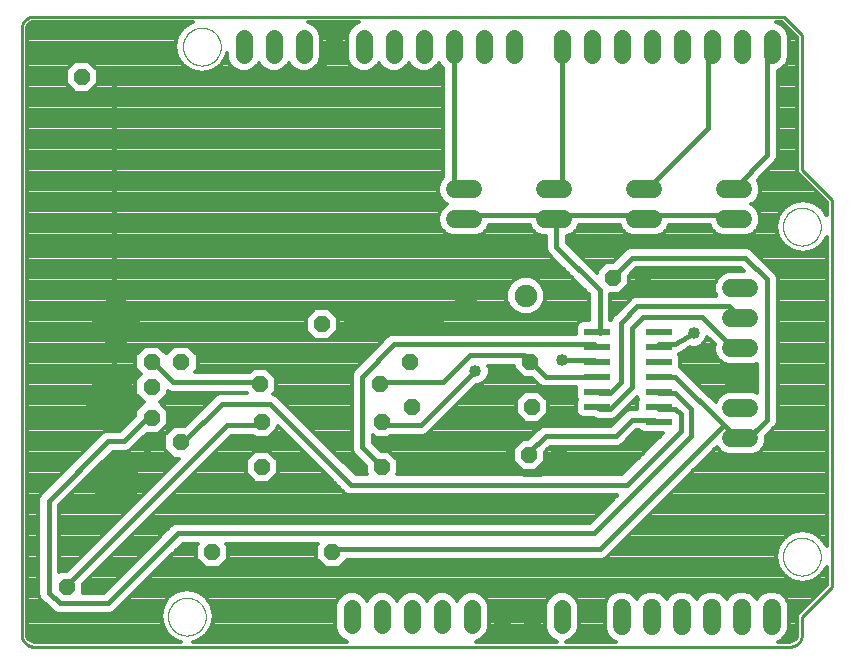
<source format=gtl>
G75*
%MOIN*%
%OFA0B0*%
%FSLAX25Y25*%
%IPPOS*%
%LPD*%
%AMOC8*
5,1,8,0,0,1.08239X$1,22.5*
%
%ADD10C,0.01000*%
%ADD11C,0.00000*%
%ADD12C,0.06000*%
%ADD13OC8,0.05200*%
%ADD14C,0.07500*%
%ADD15OC8,0.07500*%
%ADD16C,0.05937*%
%ADD17C,0.05740*%
%ADD18C,0.15748*%
%ADD19OC8,0.05600*%
%ADD20C,0.17716*%
%ADD21R,0.08661X0.02362*%
%ADD22C,0.01600*%
%ADD23C,0.04000*%
%ADD24C,0.01400*%
D10*
X0027421Y0005637D02*
X0027421Y0207763D01*
X0027422Y0207763D02*
X0027424Y0207887D01*
X0027430Y0208010D01*
X0027439Y0208134D01*
X0027453Y0208256D01*
X0027470Y0208379D01*
X0027492Y0208501D01*
X0027517Y0208622D01*
X0027546Y0208742D01*
X0027578Y0208861D01*
X0027615Y0208980D01*
X0027655Y0209097D01*
X0027698Y0209212D01*
X0027746Y0209327D01*
X0027797Y0209439D01*
X0027851Y0209550D01*
X0027909Y0209660D01*
X0027970Y0209767D01*
X0028035Y0209873D01*
X0028103Y0209976D01*
X0028174Y0210077D01*
X0028248Y0210176D01*
X0028325Y0210273D01*
X0028406Y0210367D01*
X0028489Y0210458D01*
X0028575Y0210547D01*
X0028664Y0210633D01*
X0028755Y0210716D01*
X0028849Y0210797D01*
X0028946Y0210874D01*
X0029045Y0210948D01*
X0029146Y0211019D01*
X0029249Y0211087D01*
X0029355Y0211152D01*
X0029462Y0211213D01*
X0029572Y0211271D01*
X0029683Y0211325D01*
X0029795Y0211376D01*
X0029910Y0211424D01*
X0030025Y0211467D01*
X0030142Y0211507D01*
X0030261Y0211544D01*
X0030380Y0211576D01*
X0030500Y0211605D01*
X0030621Y0211630D01*
X0030743Y0211652D01*
X0030866Y0211669D01*
X0030988Y0211683D01*
X0031112Y0211692D01*
X0031235Y0211698D01*
X0031359Y0211700D01*
X0281421Y0211700D01*
X0287421Y0205700D01*
X0287421Y0160700D01*
X0297421Y0150700D01*
X0297421Y0021700D01*
X0287421Y0011700D01*
X0287421Y0005637D01*
X0287419Y0005513D01*
X0287413Y0005390D01*
X0287404Y0005266D01*
X0287390Y0005144D01*
X0287373Y0005021D01*
X0287351Y0004899D01*
X0287326Y0004778D01*
X0287297Y0004658D01*
X0287265Y0004539D01*
X0287228Y0004420D01*
X0287188Y0004303D01*
X0287145Y0004188D01*
X0287097Y0004073D01*
X0287046Y0003961D01*
X0286992Y0003850D01*
X0286934Y0003740D01*
X0286873Y0003633D01*
X0286808Y0003527D01*
X0286740Y0003424D01*
X0286669Y0003323D01*
X0286595Y0003224D01*
X0286518Y0003127D01*
X0286437Y0003033D01*
X0286354Y0002942D01*
X0286268Y0002853D01*
X0286179Y0002767D01*
X0286088Y0002684D01*
X0285994Y0002603D01*
X0285897Y0002526D01*
X0285798Y0002452D01*
X0285697Y0002381D01*
X0285594Y0002313D01*
X0285488Y0002248D01*
X0285381Y0002187D01*
X0285271Y0002129D01*
X0285160Y0002075D01*
X0285048Y0002024D01*
X0284933Y0001976D01*
X0284818Y0001933D01*
X0284701Y0001893D01*
X0284582Y0001856D01*
X0284463Y0001824D01*
X0284343Y0001795D01*
X0284222Y0001770D01*
X0284100Y0001748D01*
X0283977Y0001731D01*
X0283855Y0001717D01*
X0283731Y0001708D01*
X0283608Y0001702D01*
X0283484Y0001700D01*
X0031359Y0001700D01*
X0031235Y0001702D01*
X0031112Y0001708D01*
X0030988Y0001717D01*
X0030866Y0001731D01*
X0030743Y0001748D01*
X0030621Y0001770D01*
X0030500Y0001795D01*
X0030380Y0001824D01*
X0030261Y0001856D01*
X0030142Y0001893D01*
X0030025Y0001933D01*
X0029910Y0001976D01*
X0029795Y0002024D01*
X0029683Y0002075D01*
X0029572Y0002129D01*
X0029462Y0002187D01*
X0029355Y0002248D01*
X0029249Y0002313D01*
X0029146Y0002381D01*
X0029045Y0002452D01*
X0028946Y0002526D01*
X0028849Y0002603D01*
X0028755Y0002684D01*
X0028664Y0002767D01*
X0028575Y0002853D01*
X0028489Y0002942D01*
X0028406Y0003033D01*
X0028325Y0003127D01*
X0028248Y0003224D01*
X0028174Y0003323D01*
X0028103Y0003424D01*
X0028035Y0003527D01*
X0027970Y0003633D01*
X0027909Y0003740D01*
X0027851Y0003850D01*
X0027797Y0003961D01*
X0027746Y0004073D01*
X0027698Y0004188D01*
X0027655Y0004303D01*
X0027615Y0004420D01*
X0027578Y0004539D01*
X0027546Y0004658D01*
X0027517Y0004778D01*
X0027492Y0004899D01*
X0027470Y0005021D01*
X0027453Y0005144D01*
X0027439Y0005266D01*
X0027430Y0005390D01*
X0027424Y0005513D01*
X0027422Y0005637D01*
D11*
X0076122Y0011700D02*
X0076124Y0011858D01*
X0076130Y0012016D01*
X0076140Y0012174D01*
X0076154Y0012332D01*
X0076172Y0012489D01*
X0076193Y0012646D01*
X0076219Y0012802D01*
X0076249Y0012958D01*
X0076282Y0013113D01*
X0076320Y0013266D01*
X0076361Y0013419D01*
X0076406Y0013571D01*
X0076455Y0013722D01*
X0076508Y0013871D01*
X0076564Y0014019D01*
X0076624Y0014165D01*
X0076688Y0014310D01*
X0076756Y0014453D01*
X0076827Y0014595D01*
X0076901Y0014735D01*
X0076979Y0014872D01*
X0077061Y0015008D01*
X0077145Y0015142D01*
X0077234Y0015273D01*
X0077325Y0015402D01*
X0077420Y0015529D01*
X0077517Y0015654D01*
X0077618Y0015776D01*
X0077722Y0015895D01*
X0077829Y0016012D01*
X0077939Y0016126D01*
X0078052Y0016237D01*
X0078167Y0016346D01*
X0078285Y0016451D01*
X0078406Y0016553D01*
X0078529Y0016653D01*
X0078655Y0016749D01*
X0078783Y0016842D01*
X0078913Y0016932D01*
X0079046Y0017018D01*
X0079181Y0017102D01*
X0079317Y0017181D01*
X0079456Y0017258D01*
X0079597Y0017330D01*
X0079739Y0017400D01*
X0079883Y0017465D01*
X0080029Y0017527D01*
X0080176Y0017585D01*
X0080325Y0017640D01*
X0080475Y0017691D01*
X0080626Y0017738D01*
X0080778Y0017781D01*
X0080931Y0017820D01*
X0081086Y0017856D01*
X0081241Y0017887D01*
X0081397Y0017915D01*
X0081553Y0017939D01*
X0081710Y0017959D01*
X0081868Y0017975D01*
X0082025Y0017987D01*
X0082184Y0017995D01*
X0082342Y0017999D01*
X0082500Y0017999D01*
X0082658Y0017995D01*
X0082817Y0017987D01*
X0082974Y0017975D01*
X0083132Y0017959D01*
X0083289Y0017939D01*
X0083445Y0017915D01*
X0083601Y0017887D01*
X0083756Y0017856D01*
X0083911Y0017820D01*
X0084064Y0017781D01*
X0084216Y0017738D01*
X0084367Y0017691D01*
X0084517Y0017640D01*
X0084666Y0017585D01*
X0084813Y0017527D01*
X0084959Y0017465D01*
X0085103Y0017400D01*
X0085245Y0017330D01*
X0085386Y0017258D01*
X0085525Y0017181D01*
X0085661Y0017102D01*
X0085796Y0017018D01*
X0085929Y0016932D01*
X0086059Y0016842D01*
X0086187Y0016749D01*
X0086313Y0016653D01*
X0086436Y0016553D01*
X0086557Y0016451D01*
X0086675Y0016346D01*
X0086790Y0016237D01*
X0086903Y0016126D01*
X0087013Y0016012D01*
X0087120Y0015895D01*
X0087224Y0015776D01*
X0087325Y0015654D01*
X0087422Y0015529D01*
X0087517Y0015402D01*
X0087608Y0015273D01*
X0087697Y0015142D01*
X0087781Y0015008D01*
X0087863Y0014872D01*
X0087941Y0014735D01*
X0088015Y0014595D01*
X0088086Y0014453D01*
X0088154Y0014310D01*
X0088218Y0014165D01*
X0088278Y0014019D01*
X0088334Y0013871D01*
X0088387Y0013722D01*
X0088436Y0013571D01*
X0088481Y0013419D01*
X0088522Y0013266D01*
X0088560Y0013113D01*
X0088593Y0012958D01*
X0088623Y0012802D01*
X0088649Y0012646D01*
X0088670Y0012489D01*
X0088688Y0012332D01*
X0088702Y0012174D01*
X0088712Y0012016D01*
X0088718Y0011858D01*
X0088720Y0011700D01*
X0088718Y0011542D01*
X0088712Y0011384D01*
X0088702Y0011226D01*
X0088688Y0011068D01*
X0088670Y0010911D01*
X0088649Y0010754D01*
X0088623Y0010598D01*
X0088593Y0010442D01*
X0088560Y0010287D01*
X0088522Y0010134D01*
X0088481Y0009981D01*
X0088436Y0009829D01*
X0088387Y0009678D01*
X0088334Y0009529D01*
X0088278Y0009381D01*
X0088218Y0009235D01*
X0088154Y0009090D01*
X0088086Y0008947D01*
X0088015Y0008805D01*
X0087941Y0008665D01*
X0087863Y0008528D01*
X0087781Y0008392D01*
X0087697Y0008258D01*
X0087608Y0008127D01*
X0087517Y0007998D01*
X0087422Y0007871D01*
X0087325Y0007746D01*
X0087224Y0007624D01*
X0087120Y0007505D01*
X0087013Y0007388D01*
X0086903Y0007274D01*
X0086790Y0007163D01*
X0086675Y0007054D01*
X0086557Y0006949D01*
X0086436Y0006847D01*
X0086313Y0006747D01*
X0086187Y0006651D01*
X0086059Y0006558D01*
X0085929Y0006468D01*
X0085796Y0006382D01*
X0085661Y0006298D01*
X0085525Y0006219D01*
X0085386Y0006142D01*
X0085245Y0006070D01*
X0085103Y0006000D01*
X0084959Y0005935D01*
X0084813Y0005873D01*
X0084666Y0005815D01*
X0084517Y0005760D01*
X0084367Y0005709D01*
X0084216Y0005662D01*
X0084064Y0005619D01*
X0083911Y0005580D01*
X0083756Y0005544D01*
X0083601Y0005513D01*
X0083445Y0005485D01*
X0083289Y0005461D01*
X0083132Y0005441D01*
X0082974Y0005425D01*
X0082817Y0005413D01*
X0082658Y0005405D01*
X0082500Y0005401D01*
X0082342Y0005401D01*
X0082184Y0005405D01*
X0082025Y0005413D01*
X0081868Y0005425D01*
X0081710Y0005441D01*
X0081553Y0005461D01*
X0081397Y0005485D01*
X0081241Y0005513D01*
X0081086Y0005544D01*
X0080931Y0005580D01*
X0080778Y0005619D01*
X0080626Y0005662D01*
X0080475Y0005709D01*
X0080325Y0005760D01*
X0080176Y0005815D01*
X0080029Y0005873D01*
X0079883Y0005935D01*
X0079739Y0006000D01*
X0079597Y0006070D01*
X0079456Y0006142D01*
X0079317Y0006219D01*
X0079181Y0006298D01*
X0079046Y0006382D01*
X0078913Y0006468D01*
X0078783Y0006558D01*
X0078655Y0006651D01*
X0078529Y0006747D01*
X0078406Y0006847D01*
X0078285Y0006949D01*
X0078167Y0007054D01*
X0078052Y0007163D01*
X0077939Y0007274D01*
X0077829Y0007388D01*
X0077722Y0007505D01*
X0077618Y0007624D01*
X0077517Y0007746D01*
X0077420Y0007871D01*
X0077325Y0007998D01*
X0077234Y0008127D01*
X0077145Y0008258D01*
X0077061Y0008392D01*
X0076979Y0008528D01*
X0076901Y0008665D01*
X0076827Y0008805D01*
X0076756Y0008947D01*
X0076688Y0009090D01*
X0076624Y0009235D01*
X0076564Y0009381D01*
X0076508Y0009529D01*
X0076455Y0009678D01*
X0076406Y0009829D01*
X0076361Y0009981D01*
X0076320Y0010134D01*
X0076282Y0010287D01*
X0076249Y0010442D01*
X0076219Y0010598D01*
X0076193Y0010754D01*
X0076172Y0010911D01*
X0076154Y0011068D01*
X0076140Y0011226D01*
X0076130Y0011384D01*
X0076124Y0011542D01*
X0076122Y0011700D01*
X0281122Y0031700D02*
X0281124Y0031858D01*
X0281130Y0032016D01*
X0281140Y0032174D01*
X0281154Y0032332D01*
X0281172Y0032489D01*
X0281193Y0032646D01*
X0281219Y0032802D01*
X0281249Y0032958D01*
X0281282Y0033113D01*
X0281320Y0033266D01*
X0281361Y0033419D01*
X0281406Y0033571D01*
X0281455Y0033722D01*
X0281508Y0033871D01*
X0281564Y0034019D01*
X0281624Y0034165D01*
X0281688Y0034310D01*
X0281756Y0034453D01*
X0281827Y0034595D01*
X0281901Y0034735D01*
X0281979Y0034872D01*
X0282061Y0035008D01*
X0282145Y0035142D01*
X0282234Y0035273D01*
X0282325Y0035402D01*
X0282420Y0035529D01*
X0282517Y0035654D01*
X0282618Y0035776D01*
X0282722Y0035895D01*
X0282829Y0036012D01*
X0282939Y0036126D01*
X0283052Y0036237D01*
X0283167Y0036346D01*
X0283285Y0036451D01*
X0283406Y0036553D01*
X0283529Y0036653D01*
X0283655Y0036749D01*
X0283783Y0036842D01*
X0283913Y0036932D01*
X0284046Y0037018D01*
X0284181Y0037102D01*
X0284317Y0037181D01*
X0284456Y0037258D01*
X0284597Y0037330D01*
X0284739Y0037400D01*
X0284883Y0037465D01*
X0285029Y0037527D01*
X0285176Y0037585D01*
X0285325Y0037640D01*
X0285475Y0037691D01*
X0285626Y0037738D01*
X0285778Y0037781D01*
X0285931Y0037820D01*
X0286086Y0037856D01*
X0286241Y0037887D01*
X0286397Y0037915D01*
X0286553Y0037939D01*
X0286710Y0037959D01*
X0286868Y0037975D01*
X0287025Y0037987D01*
X0287184Y0037995D01*
X0287342Y0037999D01*
X0287500Y0037999D01*
X0287658Y0037995D01*
X0287817Y0037987D01*
X0287974Y0037975D01*
X0288132Y0037959D01*
X0288289Y0037939D01*
X0288445Y0037915D01*
X0288601Y0037887D01*
X0288756Y0037856D01*
X0288911Y0037820D01*
X0289064Y0037781D01*
X0289216Y0037738D01*
X0289367Y0037691D01*
X0289517Y0037640D01*
X0289666Y0037585D01*
X0289813Y0037527D01*
X0289959Y0037465D01*
X0290103Y0037400D01*
X0290245Y0037330D01*
X0290386Y0037258D01*
X0290525Y0037181D01*
X0290661Y0037102D01*
X0290796Y0037018D01*
X0290929Y0036932D01*
X0291059Y0036842D01*
X0291187Y0036749D01*
X0291313Y0036653D01*
X0291436Y0036553D01*
X0291557Y0036451D01*
X0291675Y0036346D01*
X0291790Y0036237D01*
X0291903Y0036126D01*
X0292013Y0036012D01*
X0292120Y0035895D01*
X0292224Y0035776D01*
X0292325Y0035654D01*
X0292422Y0035529D01*
X0292517Y0035402D01*
X0292608Y0035273D01*
X0292697Y0035142D01*
X0292781Y0035008D01*
X0292863Y0034872D01*
X0292941Y0034735D01*
X0293015Y0034595D01*
X0293086Y0034453D01*
X0293154Y0034310D01*
X0293218Y0034165D01*
X0293278Y0034019D01*
X0293334Y0033871D01*
X0293387Y0033722D01*
X0293436Y0033571D01*
X0293481Y0033419D01*
X0293522Y0033266D01*
X0293560Y0033113D01*
X0293593Y0032958D01*
X0293623Y0032802D01*
X0293649Y0032646D01*
X0293670Y0032489D01*
X0293688Y0032332D01*
X0293702Y0032174D01*
X0293712Y0032016D01*
X0293718Y0031858D01*
X0293720Y0031700D01*
X0293718Y0031542D01*
X0293712Y0031384D01*
X0293702Y0031226D01*
X0293688Y0031068D01*
X0293670Y0030911D01*
X0293649Y0030754D01*
X0293623Y0030598D01*
X0293593Y0030442D01*
X0293560Y0030287D01*
X0293522Y0030134D01*
X0293481Y0029981D01*
X0293436Y0029829D01*
X0293387Y0029678D01*
X0293334Y0029529D01*
X0293278Y0029381D01*
X0293218Y0029235D01*
X0293154Y0029090D01*
X0293086Y0028947D01*
X0293015Y0028805D01*
X0292941Y0028665D01*
X0292863Y0028528D01*
X0292781Y0028392D01*
X0292697Y0028258D01*
X0292608Y0028127D01*
X0292517Y0027998D01*
X0292422Y0027871D01*
X0292325Y0027746D01*
X0292224Y0027624D01*
X0292120Y0027505D01*
X0292013Y0027388D01*
X0291903Y0027274D01*
X0291790Y0027163D01*
X0291675Y0027054D01*
X0291557Y0026949D01*
X0291436Y0026847D01*
X0291313Y0026747D01*
X0291187Y0026651D01*
X0291059Y0026558D01*
X0290929Y0026468D01*
X0290796Y0026382D01*
X0290661Y0026298D01*
X0290525Y0026219D01*
X0290386Y0026142D01*
X0290245Y0026070D01*
X0290103Y0026000D01*
X0289959Y0025935D01*
X0289813Y0025873D01*
X0289666Y0025815D01*
X0289517Y0025760D01*
X0289367Y0025709D01*
X0289216Y0025662D01*
X0289064Y0025619D01*
X0288911Y0025580D01*
X0288756Y0025544D01*
X0288601Y0025513D01*
X0288445Y0025485D01*
X0288289Y0025461D01*
X0288132Y0025441D01*
X0287974Y0025425D01*
X0287817Y0025413D01*
X0287658Y0025405D01*
X0287500Y0025401D01*
X0287342Y0025401D01*
X0287184Y0025405D01*
X0287025Y0025413D01*
X0286868Y0025425D01*
X0286710Y0025441D01*
X0286553Y0025461D01*
X0286397Y0025485D01*
X0286241Y0025513D01*
X0286086Y0025544D01*
X0285931Y0025580D01*
X0285778Y0025619D01*
X0285626Y0025662D01*
X0285475Y0025709D01*
X0285325Y0025760D01*
X0285176Y0025815D01*
X0285029Y0025873D01*
X0284883Y0025935D01*
X0284739Y0026000D01*
X0284597Y0026070D01*
X0284456Y0026142D01*
X0284317Y0026219D01*
X0284181Y0026298D01*
X0284046Y0026382D01*
X0283913Y0026468D01*
X0283783Y0026558D01*
X0283655Y0026651D01*
X0283529Y0026747D01*
X0283406Y0026847D01*
X0283285Y0026949D01*
X0283167Y0027054D01*
X0283052Y0027163D01*
X0282939Y0027274D01*
X0282829Y0027388D01*
X0282722Y0027505D01*
X0282618Y0027624D01*
X0282517Y0027746D01*
X0282420Y0027871D01*
X0282325Y0027998D01*
X0282234Y0028127D01*
X0282145Y0028258D01*
X0282061Y0028392D01*
X0281979Y0028528D01*
X0281901Y0028665D01*
X0281827Y0028805D01*
X0281756Y0028947D01*
X0281688Y0029090D01*
X0281624Y0029235D01*
X0281564Y0029381D01*
X0281508Y0029529D01*
X0281455Y0029678D01*
X0281406Y0029829D01*
X0281361Y0029981D01*
X0281320Y0030134D01*
X0281282Y0030287D01*
X0281249Y0030442D01*
X0281219Y0030598D01*
X0281193Y0030754D01*
X0281172Y0030911D01*
X0281154Y0031068D01*
X0281140Y0031226D01*
X0281130Y0031384D01*
X0281124Y0031542D01*
X0281122Y0031700D01*
X0281122Y0141700D02*
X0281124Y0141858D01*
X0281130Y0142016D01*
X0281140Y0142174D01*
X0281154Y0142332D01*
X0281172Y0142489D01*
X0281193Y0142646D01*
X0281219Y0142802D01*
X0281249Y0142958D01*
X0281282Y0143113D01*
X0281320Y0143266D01*
X0281361Y0143419D01*
X0281406Y0143571D01*
X0281455Y0143722D01*
X0281508Y0143871D01*
X0281564Y0144019D01*
X0281624Y0144165D01*
X0281688Y0144310D01*
X0281756Y0144453D01*
X0281827Y0144595D01*
X0281901Y0144735D01*
X0281979Y0144872D01*
X0282061Y0145008D01*
X0282145Y0145142D01*
X0282234Y0145273D01*
X0282325Y0145402D01*
X0282420Y0145529D01*
X0282517Y0145654D01*
X0282618Y0145776D01*
X0282722Y0145895D01*
X0282829Y0146012D01*
X0282939Y0146126D01*
X0283052Y0146237D01*
X0283167Y0146346D01*
X0283285Y0146451D01*
X0283406Y0146553D01*
X0283529Y0146653D01*
X0283655Y0146749D01*
X0283783Y0146842D01*
X0283913Y0146932D01*
X0284046Y0147018D01*
X0284181Y0147102D01*
X0284317Y0147181D01*
X0284456Y0147258D01*
X0284597Y0147330D01*
X0284739Y0147400D01*
X0284883Y0147465D01*
X0285029Y0147527D01*
X0285176Y0147585D01*
X0285325Y0147640D01*
X0285475Y0147691D01*
X0285626Y0147738D01*
X0285778Y0147781D01*
X0285931Y0147820D01*
X0286086Y0147856D01*
X0286241Y0147887D01*
X0286397Y0147915D01*
X0286553Y0147939D01*
X0286710Y0147959D01*
X0286868Y0147975D01*
X0287025Y0147987D01*
X0287184Y0147995D01*
X0287342Y0147999D01*
X0287500Y0147999D01*
X0287658Y0147995D01*
X0287817Y0147987D01*
X0287974Y0147975D01*
X0288132Y0147959D01*
X0288289Y0147939D01*
X0288445Y0147915D01*
X0288601Y0147887D01*
X0288756Y0147856D01*
X0288911Y0147820D01*
X0289064Y0147781D01*
X0289216Y0147738D01*
X0289367Y0147691D01*
X0289517Y0147640D01*
X0289666Y0147585D01*
X0289813Y0147527D01*
X0289959Y0147465D01*
X0290103Y0147400D01*
X0290245Y0147330D01*
X0290386Y0147258D01*
X0290525Y0147181D01*
X0290661Y0147102D01*
X0290796Y0147018D01*
X0290929Y0146932D01*
X0291059Y0146842D01*
X0291187Y0146749D01*
X0291313Y0146653D01*
X0291436Y0146553D01*
X0291557Y0146451D01*
X0291675Y0146346D01*
X0291790Y0146237D01*
X0291903Y0146126D01*
X0292013Y0146012D01*
X0292120Y0145895D01*
X0292224Y0145776D01*
X0292325Y0145654D01*
X0292422Y0145529D01*
X0292517Y0145402D01*
X0292608Y0145273D01*
X0292697Y0145142D01*
X0292781Y0145008D01*
X0292863Y0144872D01*
X0292941Y0144735D01*
X0293015Y0144595D01*
X0293086Y0144453D01*
X0293154Y0144310D01*
X0293218Y0144165D01*
X0293278Y0144019D01*
X0293334Y0143871D01*
X0293387Y0143722D01*
X0293436Y0143571D01*
X0293481Y0143419D01*
X0293522Y0143266D01*
X0293560Y0143113D01*
X0293593Y0142958D01*
X0293623Y0142802D01*
X0293649Y0142646D01*
X0293670Y0142489D01*
X0293688Y0142332D01*
X0293702Y0142174D01*
X0293712Y0142016D01*
X0293718Y0141858D01*
X0293720Y0141700D01*
X0293718Y0141542D01*
X0293712Y0141384D01*
X0293702Y0141226D01*
X0293688Y0141068D01*
X0293670Y0140911D01*
X0293649Y0140754D01*
X0293623Y0140598D01*
X0293593Y0140442D01*
X0293560Y0140287D01*
X0293522Y0140134D01*
X0293481Y0139981D01*
X0293436Y0139829D01*
X0293387Y0139678D01*
X0293334Y0139529D01*
X0293278Y0139381D01*
X0293218Y0139235D01*
X0293154Y0139090D01*
X0293086Y0138947D01*
X0293015Y0138805D01*
X0292941Y0138665D01*
X0292863Y0138528D01*
X0292781Y0138392D01*
X0292697Y0138258D01*
X0292608Y0138127D01*
X0292517Y0137998D01*
X0292422Y0137871D01*
X0292325Y0137746D01*
X0292224Y0137624D01*
X0292120Y0137505D01*
X0292013Y0137388D01*
X0291903Y0137274D01*
X0291790Y0137163D01*
X0291675Y0137054D01*
X0291557Y0136949D01*
X0291436Y0136847D01*
X0291313Y0136747D01*
X0291187Y0136651D01*
X0291059Y0136558D01*
X0290929Y0136468D01*
X0290796Y0136382D01*
X0290661Y0136298D01*
X0290525Y0136219D01*
X0290386Y0136142D01*
X0290245Y0136070D01*
X0290103Y0136000D01*
X0289959Y0135935D01*
X0289813Y0135873D01*
X0289666Y0135815D01*
X0289517Y0135760D01*
X0289367Y0135709D01*
X0289216Y0135662D01*
X0289064Y0135619D01*
X0288911Y0135580D01*
X0288756Y0135544D01*
X0288601Y0135513D01*
X0288445Y0135485D01*
X0288289Y0135461D01*
X0288132Y0135441D01*
X0287974Y0135425D01*
X0287817Y0135413D01*
X0287658Y0135405D01*
X0287500Y0135401D01*
X0287342Y0135401D01*
X0287184Y0135405D01*
X0287025Y0135413D01*
X0286868Y0135425D01*
X0286710Y0135441D01*
X0286553Y0135461D01*
X0286397Y0135485D01*
X0286241Y0135513D01*
X0286086Y0135544D01*
X0285931Y0135580D01*
X0285778Y0135619D01*
X0285626Y0135662D01*
X0285475Y0135709D01*
X0285325Y0135760D01*
X0285176Y0135815D01*
X0285029Y0135873D01*
X0284883Y0135935D01*
X0284739Y0136000D01*
X0284597Y0136070D01*
X0284456Y0136142D01*
X0284317Y0136219D01*
X0284181Y0136298D01*
X0284046Y0136382D01*
X0283913Y0136468D01*
X0283783Y0136558D01*
X0283655Y0136651D01*
X0283529Y0136747D01*
X0283406Y0136847D01*
X0283285Y0136949D01*
X0283167Y0137054D01*
X0283052Y0137163D01*
X0282939Y0137274D01*
X0282829Y0137388D01*
X0282722Y0137505D01*
X0282618Y0137624D01*
X0282517Y0137746D01*
X0282420Y0137871D01*
X0282325Y0137998D01*
X0282234Y0138127D01*
X0282145Y0138258D01*
X0282061Y0138392D01*
X0281979Y0138528D01*
X0281901Y0138665D01*
X0281827Y0138805D01*
X0281756Y0138947D01*
X0281688Y0139090D01*
X0281624Y0139235D01*
X0281564Y0139381D01*
X0281508Y0139529D01*
X0281455Y0139678D01*
X0281406Y0139829D01*
X0281361Y0139981D01*
X0281320Y0140134D01*
X0281282Y0140287D01*
X0281249Y0140442D01*
X0281219Y0140598D01*
X0281193Y0140754D01*
X0281172Y0140911D01*
X0281154Y0141068D01*
X0281140Y0141226D01*
X0281130Y0141384D01*
X0281124Y0141542D01*
X0281122Y0141700D01*
X0081122Y0201700D02*
X0081124Y0201858D01*
X0081130Y0202016D01*
X0081140Y0202174D01*
X0081154Y0202332D01*
X0081172Y0202489D01*
X0081193Y0202646D01*
X0081219Y0202802D01*
X0081249Y0202958D01*
X0081282Y0203113D01*
X0081320Y0203266D01*
X0081361Y0203419D01*
X0081406Y0203571D01*
X0081455Y0203722D01*
X0081508Y0203871D01*
X0081564Y0204019D01*
X0081624Y0204165D01*
X0081688Y0204310D01*
X0081756Y0204453D01*
X0081827Y0204595D01*
X0081901Y0204735D01*
X0081979Y0204872D01*
X0082061Y0205008D01*
X0082145Y0205142D01*
X0082234Y0205273D01*
X0082325Y0205402D01*
X0082420Y0205529D01*
X0082517Y0205654D01*
X0082618Y0205776D01*
X0082722Y0205895D01*
X0082829Y0206012D01*
X0082939Y0206126D01*
X0083052Y0206237D01*
X0083167Y0206346D01*
X0083285Y0206451D01*
X0083406Y0206553D01*
X0083529Y0206653D01*
X0083655Y0206749D01*
X0083783Y0206842D01*
X0083913Y0206932D01*
X0084046Y0207018D01*
X0084181Y0207102D01*
X0084317Y0207181D01*
X0084456Y0207258D01*
X0084597Y0207330D01*
X0084739Y0207400D01*
X0084883Y0207465D01*
X0085029Y0207527D01*
X0085176Y0207585D01*
X0085325Y0207640D01*
X0085475Y0207691D01*
X0085626Y0207738D01*
X0085778Y0207781D01*
X0085931Y0207820D01*
X0086086Y0207856D01*
X0086241Y0207887D01*
X0086397Y0207915D01*
X0086553Y0207939D01*
X0086710Y0207959D01*
X0086868Y0207975D01*
X0087025Y0207987D01*
X0087184Y0207995D01*
X0087342Y0207999D01*
X0087500Y0207999D01*
X0087658Y0207995D01*
X0087817Y0207987D01*
X0087974Y0207975D01*
X0088132Y0207959D01*
X0088289Y0207939D01*
X0088445Y0207915D01*
X0088601Y0207887D01*
X0088756Y0207856D01*
X0088911Y0207820D01*
X0089064Y0207781D01*
X0089216Y0207738D01*
X0089367Y0207691D01*
X0089517Y0207640D01*
X0089666Y0207585D01*
X0089813Y0207527D01*
X0089959Y0207465D01*
X0090103Y0207400D01*
X0090245Y0207330D01*
X0090386Y0207258D01*
X0090525Y0207181D01*
X0090661Y0207102D01*
X0090796Y0207018D01*
X0090929Y0206932D01*
X0091059Y0206842D01*
X0091187Y0206749D01*
X0091313Y0206653D01*
X0091436Y0206553D01*
X0091557Y0206451D01*
X0091675Y0206346D01*
X0091790Y0206237D01*
X0091903Y0206126D01*
X0092013Y0206012D01*
X0092120Y0205895D01*
X0092224Y0205776D01*
X0092325Y0205654D01*
X0092422Y0205529D01*
X0092517Y0205402D01*
X0092608Y0205273D01*
X0092697Y0205142D01*
X0092781Y0205008D01*
X0092863Y0204872D01*
X0092941Y0204735D01*
X0093015Y0204595D01*
X0093086Y0204453D01*
X0093154Y0204310D01*
X0093218Y0204165D01*
X0093278Y0204019D01*
X0093334Y0203871D01*
X0093387Y0203722D01*
X0093436Y0203571D01*
X0093481Y0203419D01*
X0093522Y0203266D01*
X0093560Y0203113D01*
X0093593Y0202958D01*
X0093623Y0202802D01*
X0093649Y0202646D01*
X0093670Y0202489D01*
X0093688Y0202332D01*
X0093702Y0202174D01*
X0093712Y0202016D01*
X0093718Y0201858D01*
X0093720Y0201700D01*
X0093718Y0201542D01*
X0093712Y0201384D01*
X0093702Y0201226D01*
X0093688Y0201068D01*
X0093670Y0200911D01*
X0093649Y0200754D01*
X0093623Y0200598D01*
X0093593Y0200442D01*
X0093560Y0200287D01*
X0093522Y0200134D01*
X0093481Y0199981D01*
X0093436Y0199829D01*
X0093387Y0199678D01*
X0093334Y0199529D01*
X0093278Y0199381D01*
X0093218Y0199235D01*
X0093154Y0199090D01*
X0093086Y0198947D01*
X0093015Y0198805D01*
X0092941Y0198665D01*
X0092863Y0198528D01*
X0092781Y0198392D01*
X0092697Y0198258D01*
X0092608Y0198127D01*
X0092517Y0197998D01*
X0092422Y0197871D01*
X0092325Y0197746D01*
X0092224Y0197624D01*
X0092120Y0197505D01*
X0092013Y0197388D01*
X0091903Y0197274D01*
X0091790Y0197163D01*
X0091675Y0197054D01*
X0091557Y0196949D01*
X0091436Y0196847D01*
X0091313Y0196747D01*
X0091187Y0196651D01*
X0091059Y0196558D01*
X0090929Y0196468D01*
X0090796Y0196382D01*
X0090661Y0196298D01*
X0090525Y0196219D01*
X0090386Y0196142D01*
X0090245Y0196070D01*
X0090103Y0196000D01*
X0089959Y0195935D01*
X0089813Y0195873D01*
X0089666Y0195815D01*
X0089517Y0195760D01*
X0089367Y0195709D01*
X0089216Y0195662D01*
X0089064Y0195619D01*
X0088911Y0195580D01*
X0088756Y0195544D01*
X0088601Y0195513D01*
X0088445Y0195485D01*
X0088289Y0195461D01*
X0088132Y0195441D01*
X0087974Y0195425D01*
X0087817Y0195413D01*
X0087658Y0195405D01*
X0087500Y0195401D01*
X0087342Y0195401D01*
X0087184Y0195405D01*
X0087025Y0195413D01*
X0086868Y0195425D01*
X0086710Y0195441D01*
X0086553Y0195461D01*
X0086397Y0195485D01*
X0086241Y0195513D01*
X0086086Y0195544D01*
X0085931Y0195580D01*
X0085778Y0195619D01*
X0085626Y0195662D01*
X0085475Y0195709D01*
X0085325Y0195760D01*
X0085176Y0195815D01*
X0085029Y0195873D01*
X0084883Y0195935D01*
X0084739Y0196000D01*
X0084597Y0196070D01*
X0084456Y0196142D01*
X0084317Y0196219D01*
X0084181Y0196298D01*
X0084046Y0196382D01*
X0083913Y0196468D01*
X0083783Y0196558D01*
X0083655Y0196651D01*
X0083529Y0196747D01*
X0083406Y0196847D01*
X0083285Y0196949D01*
X0083167Y0197054D01*
X0083052Y0197163D01*
X0082939Y0197274D01*
X0082829Y0197388D01*
X0082722Y0197505D01*
X0082618Y0197624D01*
X0082517Y0197746D01*
X0082420Y0197871D01*
X0082325Y0197998D01*
X0082234Y0198127D01*
X0082145Y0198258D01*
X0082061Y0198392D01*
X0081979Y0198528D01*
X0081901Y0198665D01*
X0081827Y0198805D01*
X0081756Y0198947D01*
X0081688Y0199090D01*
X0081624Y0199235D01*
X0081564Y0199381D01*
X0081508Y0199529D01*
X0081455Y0199678D01*
X0081406Y0199829D01*
X0081361Y0199981D01*
X0081320Y0200134D01*
X0081282Y0200287D01*
X0081249Y0200442D01*
X0081219Y0200598D01*
X0081193Y0200754D01*
X0081172Y0200911D01*
X0081154Y0201068D01*
X0081140Y0201226D01*
X0081130Y0201384D01*
X0081124Y0201542D01*
X0081122Y0201700D01*
D12*
X0227421Y0014700D02*
X0227421Y0008700D01*
X0237421Y0008700D02*
X0237421Y0014700D01*
X0247421Y0014700D02*
X0247421Y0008700D01*
X0257421Y0008700D02*
X0257421Y0014700D01*
X0267421Y0014700D02*
X0267421Y0008700D01*
X0277421Y0008700D02*
X0277421Y0014700D01*
D13*
X0206421Y0065700D03*
X0196421Y0065700D03*
X0197421Y0081700D03*
X0196921Y0096700D03*
X0224421Y0124700D03*
X0234421Y0124700D03*
X0156921Y0096700D03*
X0146921Y0089200D03*
X0157421Y0081700D03*
X0147421Y0076700D03*
X0147421Y0061700D03*
X0130921Y0033200D03*
X0107421Y0061700D03*
X0107421Y0076700D03*
X0106921Y0089200D03*
X0127421Y0109200D03*
X0137421Y0109200D03*
X0090921Y0033200D03*
X0052421Y0021700D03*
X0042421Y0021700D03*
X0047421Y0191700D03*
X0057421Y0191700D03*
D14*
X0195421Y0118700D03*
D15*
X0175421Y0118700D03*
D16*
X0177890Y0144200D02*
X0171953Y0144200D01*
X0171953Y0154200D02*
X0177890Y0154200D01*
X0201953Y0154200D02*
X0207890Y0154200D01*
X0207890Y0144200D02*
X0201953Y0144200D01*
X0231953Y0144200D02*
X0237890Y0144200D01*
X0237890Y0154200D02*
X0231953Y0154200D01*
X0261953Y0154200D02*
X0267890Y0154200D01*
X0267890Y0144200D02*
X0261953Y0144200D01*
X0263953Y0121200D02*
X0269890Y0121200D01*
X0269890Y0111200D02*
X0263953Y0111200D01*
X0263953Y0101200D02*
X0269890Y0101200D01*
X0269890Y0091200D02*
X0263953Y0091200D01*
X0263953Y0081200D02*
X0269890Y0081200D01*
X0269890Y0071200D02*
X0263953Y0071200D01*
D17*
X0207421Y0014570D02*
X0207421Y0008830D01*
X0197421Y0008830D02*
X0197421Y0014570D01*
X0187421Y0014570D02*
X0187421Y0008830D01*
X0177421Y0008830D02*
X0177421Y0014570D01*
X0167421Y0014570D02*
X0167421Y0008830D01*
X0157421Y0008830D02*
X0157421Y0014570D01*
X0147421Y0014570D02*
X0147421Y0008830D01*
X0137421Y0008830D02*
X0137421Y0014570D01*
X0141421Y0198830D02*
X0141421Y0204570D01*
X0151421Y0204570D02*
X0151421Y0198830D01*
X0161421Y0198830D02*
X0161421Y0204570D01*
X0171421Y0204570D02*
X0171421Y0198830D01*
X0181421Y0198830D02*
X0181421Y0204570D01*
X0191421Y0204570D02*
X0191421Y0198830D01*
X0207421Y0198830D02*
X0207421Y0204570D01*
X0217421Y0204570D02*
X0217421Y0198830D01*
X0227421Y0198830D02*
X0227421Y0204570D01*
X0237421Y0204570D02*
X0237421Y0198830D01*
X0247421Y0198830D02*
X0247421Y0204570D01*
X0257421Y0204570D02*
X0257421Y0198830D01*
X0267421Y0198830D02*
X0267421Y0204570D01*
X0277421Y0204570D02*
X0277421Y0198830D01*
X0131421Y0198830D02*
X0131421Y0204570D01*
X0121421Y0204570D02*
X0121421Y0198830D01*
X0111421Y0198830D02*
X0111421Y0204570D01*
X0101421Y0204570D02*
X0101421Y0198830D01*
D18*
X0058874Y0109972D03*
X0058874Y0056625D03*
D19*
X0070685Y0069814D03*
X0080331Y0069814D03*
X0070685Y0078082D03*
X0070685Y0088318D03*
X0070685Y0096586D03*
X0080528Y0096586D03*
D20*
X0057421Y0083200D03*
D21*
X0219185Y0081700D03*
X0219185Y0086700D03*
X0219185Y0091700D03*
X0219185Y0096700D03*
X0219185Y0101700D03*
X0219185Y0106700D03*
X0239658Y0106700D03*
X0239658Y0101700D03*
X0239658Y0096700D03*
X0239658Y0091700D03*
X0239658Y0086700D03*
X0239658Y0081700D03*
X0239658Y0076700D03*
X0219185Y0076700D03*
D22*
X0218221Y0077300D01*
X0202021Y0077300D01*
X0196621Y0071900D01*
X0194821Y0071900D01*
X0189421Y0066500D01*
X0189421Y0064700D01*
X0194821Y0059300D01*
X0200221Y0059300D01*
X0205621Y0064700D01*
X0206421Y0065700D01*
X0202021Y0071900D02*
X0196621Y0066500D01*
X0196421Y0065700D01*
X0202021Y0071900D02*
X0225421Y0071900D01*
X0230821Y0077300D01*
X0238021Y0077300D01*
X0239658Y0076700D01*
X0239821Y0080900D02*
X0239658Y0081700D01*
X0239821Y0080900D02*
X0245221Y0080900D01*
X0247021Y0079100D01*
X0247021Y0073700D01*
X0229021Y0055700D01*
X0137221Y0055700D01*
X0110221Y0082700D01*
X0094021Y0082700D01*
X0081421Y0070100D01*
X0080331Y0069814D01*
X0070685Y0069814D02*
X0070621Y0068300D01*
X0059821Y0057500D01*
X0058874Y0056625D01*
X0056221Y0070100D02*
X0061621Y0070100D01*
X0070621Y0079100D01*
X0070685Y0078082D01*
X0058021Y0084500D02*
X0057421Y0083200D01*
X0058021Y0084500D02*
X0058021Y0109700D01*
X0058874Y0109972D01*
X0058021Y0115100D01*
X0131821Y0115100D01*
X0137221Y0109700D01*
X0137421Y0109200D01*
X0139021Y0109700D01*
X0166021Y0109700D01*
X0175021Y0118700D01*
X0175421Y0118700D01*
X0176821Y0098900D02*
X0194821Y0098900D01*
X0196621Y0097100D01*
X0196921Y0096700D01*
X0198421Y0095300D01*
X0202021Y0091700D01*
X0219185Y0091700D01*
X0219185Y0096700D02*
X0218221Y0097100D01*
X0207421Y0097100D01*
X0218221Y0102500D02*
X0219185Y0101700D01*
X0218221Y0102500D02*
X0151621Y0102500D01*
X0140821Y0091700D01*
X0140821Y0068300D01*
X0147421Y0061700D01*
X0148021Y0075500D02*
X0147421Y0076700D01*
X0148021Y0075500D02*
X0160621Y0075500D01*
X0178621Y0093500D01*
X0176821Y0098900D02*
X0167821Y0089900D01*
X0148021Y0089900D01*
X0146921Y0089200D01*
X0106921Y0089200D02*
X0106621Y0089900D01*
X0077821Y0089900D01*
X0072421Y0095300D01*
X0070685Y0096586D01*
X0058874Y0109972D02*
X0058021Y0111500D01*
X0058021Y0115100D01*
X0058021Y0190700D01*
X0057421Y0191700D01*
X0058021Y0192500D01*
X0124621Y0192500D01*
X0130021Y0197900D01*
X0130021Y0201500D01*
X0131421Y0201700D01*
X0171421Y0201700D02*
X0171421Y0156500D01*
X0173221Y0154700D01*
X0174921Y0154200D01*
X0175021Y0145700D02*
X0174921Y0144200D01*
X0175021Y0145700D02*
X0203821Y0145700D01*
X0204921Y0144200D01*
X0205621Y0145700D01*
X0234421Y0145700D01*
X0234921Y0144200D01*
X0236221Y0145700D01*
X0263221Y0145700D01*
X0264921Y0144200D01*
X0264921Y0154200D02*
X0265021Y0154700D01*
X0275821Y0165500D01*
X0275821Y0201500D01*
X0277421Y0201700D01*
X0257421Y0201700D02*
X0256021Y0201500D01*
X0256021Y0174500D01*
X0236221Y0154700D01*
X0234921Y0154200D01*
X0207421Y0156500D02*
X0205621Y0154700D01*
X0204921Y0154200D01*
X0207421Y0156500D02*
X0207421Y0201700D01*
X0204921Y0144200D02*
X0205621Y0143900D01*
X0205621Y0134900D01*
X0220021Y0120500D01*
X0220021Y0106100D01*
X0219185Y0106700D01*
X0227221Y0109700D02*
X0232621Y0115100D01*
X0263221Y0115100D01*
X0266821Y0111500D01*
X0266921Y0111200D01*
X0266821Y0102500D02*
X0263221Y0102500D01*
X0254221Y0111500D01*
X0234421Y0111500D01*
X0230821Y0107900D01*
X0230821Y0088100D01*
X0223621Y0080900D01*
X0220021Y0080900D01*
X0219185Y0081700D01*
X0220021Y0086300D02*
X0219185Y0086700D01*
X0220021Y0086300D02*
X0223621Y0086300D01*
X0227221Y0089900D01*
X0227221Y0109700D01*
X0239821Y0102500D02*
X0239658Y0101700D01*
X0239821Y0102500D02*
X0245221Y0102500D01*
X0251321Y0106100D01*
X0266821Y0102500D02*
X0266921Y0101200D01*
X0245221Y0091700D02*
X0261421Y0075500D01*
X0220021Y0034100D01*
X0131821Y0034100D01*
X0130921Y0033200D01*
X0079621Y0039500D02*
X0056221Y0016100D01*
X0040021Y0016100D01*
X0036421Y0019700D01*
X0036421Y0050300D01*
X0056221Y0070100D01*
X0079621Y0039500D02*
X0218221Y0039500D01*
X0250621Y0071900D01*
X0250621Y0080900D01*
X0245221Y0086300D01*
X0239821Y0086300D01*
X0239658Y0086700D01*
X0239658Y0091700D02*
X0245221Y0091700D01*
X0261421Y0075500D02*
X0266821Y0070100D01*
X0266921Y0071200D01*
X0268621Y0070100D01*
X0275821Y0077300D01*
X0275821Y0124100D01*
X0268621Y0131300D01*
X0230821Y0131300D01*
X0225421Y0125900D01*
X0224421Y0124700D01*
X0107421Y0076700D02*
X0106621Y0075500D01*
X0095821Y0075500D01*
X0043621Y0023300D01*
X0042421Y0021700D01*
X0187421Y0011700D02*
X0187621Y0012500D01*
X0196621Y0012500D01*
X0197421Y0011700D01*
D23*
X0178621Y0093500D03*
X0207421Y0097100D03*
X0251321Y0106100D03*
D24*
X0255452Y0103791D02*
X0256980Y0103791D01*
X0255900Y0104872D02*
X0258331Y0102440D01*
X0258284Y0102328D01*
X0258284Y0100072D01*
X0259147Y0097989D01*
X0260742Y0096394D01*
X0262825Y0095531D01*
X0271018Y0095531D01*
X0272321Y0096072D01*
X0272321Y0086328D01*
X0271018Y0086868D01*
X0262825Y0086868D01*
X0260742Y0086006D01*
X0259147Y0084411D01*
X0258653Y0083218D01*
X0247204Y0094667D01*
X0246653Y0094896D01*
X0246688Y0094982D01*
X0246688Y0098418D01*
X0246393Y0099131D01*
X0246401Y0099132D01*
X0246788Y0099361D01*
X0247204Y0099533D01*
X0247383Y0099711D01*
X0250303Y0101435D01*
X0250387Y0101400D01*
X0252256Y0101400D01*
X0253984Y0102116D01*
X0255306Y0103438D01*
X0255900Y0104872D01*
X0254261Y0102393D02*
X0258312Y0102393D01*
X0258284Y0100994D02*
X0249556Y0100994D01*
X0247267Y0099596D02*
X0258482Y0099596D01*
X0259061Y0098197D02*
X0246688Y0098197D01*
X0246688Y0096799D02*
X0260338Y0096799D01*
X0252065Y0089806D02*
X0272321Y0089806D01*
X0272321Y0088408D02*
X0253464Y0088408D01*
X0254862Y0087009D02*
X0272321Y0087009D01*
X0272321Y0091205D02*
X0250666Y0091205D01*
X0249268Y0092603D02*
X0272321Y0092603D01*
X0272321Y0094002D02*
X0247869Y0094002D01*
X0246688Y0095400D02*
X0272321Y0095400D01*
X0279321Y0095400D02*
X0295721Y0095400D01*
X0295721Y0094002D02*
X0279321Y0094002D01*
X0279321Y0092603D02*
X0295721Y0092603D01*
X0295721Y0091205D02*
X0279321Y0091205D01*
X0279321Y0089806D02*
X0295721Y0089806D01*
X0295721Y0088408D02*
X0279321Y0088408D01*
X0279321Y0087009D02*
X0295721Y0087009D01*
X0295721Y0085611D02*
X0279321Y0085611D01*
X0279321Y0084212D02*
X0295721Y0084212D01*
X0295721Y0082814D02*
X0279321Y0082814D01*
X0279321Y0081415D02*
X0295721Y0081415D01*
X0295721Y0080017D02*
X0279321Y0080017D01*
X0279321Y0078618D02*
X0295721Y0078618D01*
X0295721Y0077220D02*
X0279321Y0077220D01*
X0279321Y0076604D02*
X0279321Y0124796D01*
X0278789Y0126083D01*
X0277804Y0127067D01*
X0270604Y0134267D01*
X0269318Y0134800D01*
X0230125Y0134800D01*
X0228839Y0134267D01*
X0227854Y0133283D01*
X0224572Y0130000D01*
X0222226Y0130000D01*
X0219121Y0126895D01*
X0219121Y0126350D01*
X0209121Y0136350D01*
X0209121Y0138575D01*
X0211101Y0139394D01*
X0212696Y0140989D01*
X0213197Y0142200D01*
X0226646Y0142200D01*
X0227147Y0140989D01*
X0228742Y0139394D01*
X0230825Y0138531D01*
X0239018Y0138531D01*
X0241101Y0139394D01*
X0242696Y0140989D01*
X0243197Y0142200D01*
X0256646Y0142200D01*
X0257147Y0140989D01*
X0258742Y0139394D01*
X0260825Y0138531D01*
X0269018Y0138531D01*
X0271101Y0139394D01*
X0272696Y0140989D01*
X0273558Y0143072D01*
X0273558Y0145328D01*
X0272696Y0147411D01*
X0271101Y0149006D01*
X0270631Y0149200D01*
X0271101Y0149394D01*
X0272696Y0150989D01*
X0273558Y0153072D01*
X0273558Y0155328D01*
X0272696Y0157411D01*
X0272689Y0157418D01*
X0278789Y0163517D01*
X0279321Y0164804D01*
X0279321Y0193588D01*
X0280577Y0194108D01*
X0282144Y0195675D01*
X0282992Y0197722D01*
X0282992Y0205678D01*
X0282144Y0207725D01*
X0280577Y0209292D01*
X0278868Y0210000D01*
X0280717Y0210000D01*
X0285721Y0204996D01*
X0285721Y0159996D01*
X0286717Y0159000D01*
X0286717Y0159000D01*
X0295721Y0149996D01*
X0295721Y0145497D01*
X0293998Y0148076D01*
X0293998Y0148076D01*
X0291118Y0150001D01*
X0287721Y0150676D01*
X0284325Y0150001D01*
X0284325Y0150001D01*
X0281445Y0148076D01*
X0279521Y0145197D01*
X0279521Y0145197D01*
X0278845Y0141800D01*
X0279521Y0138403D01*
X0281445Y0135524D01*
X0281445Y0135523D01*
X0284325Y0133599D01*
X0287721Y0132924D01*
X0287721Y0132924D01*
X0291118Y0133599D01*
X0291118Y0133599D01*
X0293998Y0135523D01*
X0293998Y0135524D01*
X0295721Y0138103D01*
X0295721Y0035247D01*
X0293898Y0037976D01*
X0293898Y0037976D01*
X0291018Y0039901D01*
X0287621Y0040576D01*
X0284225Y0039901D01*
X0284225Y0039901D01*
X0281345Y0037976D01*
X0279421Y0035097D01*
X0278745Y0031700D01*
X0279421Y0028303D01*
X0281345Y0025424D01*
X0281345Y0025423D01*
X0284225Y0023499D01*
X0287621Y0022824D01*
X0287621Y0022824D01*
X0291018Y0023499D01*
X0291018Y0023499D01*
X0293898Y0025423D01*
X0293898Y0025424D01*
X0295721Y0028153D01*
X0295721Y0022404D01*
X0286717Y0013400D01*
X0285721Y0012404D01*
X0285721Y0005637D01*
X0285679Y0005201D01*
X0285344Y0004394D01*
X0284727Y0003777D01*
X0283921Y0003443D01*
X0283484Y0003400D01*
X0279521Y0003400D01*
X0280650Y0003868D01*
X0282254Y0005471D01*
X0283121Y0007566D01*
X0283121Y0015834D01*
X0282254Y0017929D01*
X0280650Y0019532D01*
X0278555Y0020400D01*
X0276288Y0020400D01*
X0274193Y0019532D01*
X0272589Y0017929D01*
X0272421Y0017524D01*
X0272254Y0017929D01*
X0270650Y0019532D01*
X0268555Y0020400D01*
X0266288Y0020400D01*
X0264193Y0019532D01*
X0262589Y0017929D01*
X0262421Y0017524D01*
X0262254Y0017929D01*
X0260650Y0019532D01*
X0258555Y0020400D01*
X0256288Y0020400D01*
X0254193Y0019532D01*
X0252589Y0017929D01*
X0252421Y0017524D01*
X0252254Y0017929D01*
X0250650Y0019532D01*
X0248555Y0020400D01*
X0246288Y0020400D01*
X0244193Y0019532D01*
X0242589Y0017929D01*
X0242421Y0017524D01*
X0242254Y0017929D01*
X0240650Y0019532D01*
X0238555Y0020400D01*
X0236288Y0020400D01*
X0234193Y0019532D01*
X0232589Y0017929D01*
X0232421Y0017524D01*
X0232254Y0017929D01*
X0230650Y0019532D01*
X0228555Y0020400D01*
X0226288Y0020400D01*
X0224193Y0019532D01*
X0222589Y0017929D01*
X0221721Y0015834D01*
X0221721Y0007566D01*
X0222589Y0005471D01*
X0224193Y0003868D01*
X0225322Y0003400D01*
X0208868Y0003400D01*
X0210577Y0004108D01*
X0212144Y0005675D01*
X0212992Y0007722D01*
X0212992Y0015678D01*
X0212144Y0017725D01*
X0210577Y0019292D01*
X0208529Y0020140D01*
X0206314Y0020140D01*
X0204266Y0019292D01*
X0202699Y0017725D01*
X0201851Y0015678D01*
X0201851Y0007722D01*
X0202699Y0005675D01*
X0204266Y0004108D01*
X0205975Y0003400D01*
X0178868Y0003400D01*
X0180577Y0004108D01*
X0182144Y0005675D01*
X0182992Y0007722D01*
X0182992Y0015678D01*
X0182144Y0017725D01*
X0180577Y0019292D01*
X0178529Y0020140D01*
X0176314Y0020140D01*
X0174266Y0019292D01*
X0172699Y0017725D01*
X0172421Y0017054D01*
X0172144Y0017725D01*
X0170577Y0019292D01*
X0168529Y0020140D01*
X0166314Y0020140D01*
X0164266Y0019292D01*
X0162699Y0017725D01*
X0162421Y0017054D01*
X0162144Y0017725D01*
X0160577Y0019292D01*
X0158529Y0020140D01*
X0156314Y0020140D01*
X0154266Y0019292D01*
X0152699Y0017725D01*
X0152421Y0017054D01*
X0152144Y0017725D01*
X0150577Y0019292D01*
X0148529Y0020140D01*
X0146314Y0020140D01*
X0144266Y0019292D01*
X0142699Y0017725D01*
X0142421Y0017054D01*
X0142144Y0017725D01*
X0140577Y0019292D01*
X0138529Y0020140D01*
X0136314Y0020140D01*
X0134266Y0019292D01*
X0132699Y0017725D01*
X0131851Y0015678D01*
X0131851Y0007722D01*
X0132699Y0005675D01*
X0134266Y0004108D01*
X0135975Y0003400D01*
X0084413Y0003400D01*
X0085918Y0003699D01*
X0085918Y0003699D01*
X0088798Y0005623D01*
X0088798Y0005624D01*
X0090722Y0008503D01*
X0090722Y0008503D01*
X0091398Y0011900D01*
X0090722Y0015297D01*
X0088798Y0018176D01*
X0088798Y0018176D01*
X0085918Y0020101D01*
X0082521Y0020776D01*
X0079125Y0020101D01*
X0079125Y0020101D01*
X0076245Y0018176D01*
X0074321Y0015297D01*
X0074321Y0015297D01*
X0073645Y0011900D01*
X0074321Y0008503D01*
X0076245Y0005624D01*
X0076245Y0005623D01*
X0079125Y0003699D01*
X0080630Y0003400D01*
X0031358Y0003400D01*
X0030922Y0003443D01*
X0030116Y0003777D01*
X0029498Y0004394D01*
X0029164Y0005201D01*
X0029121Y0005637D01*
X0029121Y0207763D01*
X0029164Y0208199D01*
X0029498Y0209006D01*
X0030116Y0209623D01*
X0030922Y0209957D01*
X0031358Y0210000D01*
X0084524Y0210000D01*
X0084025Y0209901D01*
X0084025Y0209901D01*
X0081145Y0207976D01*
X0079221Y0205097D01*
X0079221Y0205097D01*
X0078545Y0201700D01*
X0079221Y0198303D01*
X0081145Y0195423D01*
X0084025Y0193499D01*
X0087421Y0192824D01*
X0090818Y0193499D01*
X0093698Y0195423D01*
X0093698Y0195424D01*
X0095622Y0198303D01*
X0095622Y0198303D01*
X0095851Y0199456D01*
X0095851Y0197722D01*
X0096699Y0195675D01*
X0098266Y0194108D01*
X0100314Y0193260D01*
X0102529Y0193260D01*
X0104577Y0194108D01*
X0106144Y0195675D01*
X0106421Y0196346D01*
X0106699Y0195675D01*
X0108266Y0194108D01*
X0110314Y0193260D01*
X0112529Y0193260D01*
X0114577Y0194108D01*
X0116144Y0195675D01*
X0116421Y0196346D01*
X0116699Y0195675D01*
X0118266Y0194108D01*
X0120314Y0193260D01*
X0122529Y0193260D01*
X0124577Y0194108D01*
X0126144Y0195675D01*
X0126992Y0197722D01*
X0126992Y0205678D01*
X0126144Y0207725D01*
X0124577Y0209292D01*
X0122868Y0210000D01*
X0139975Y0210000D01*
X0138266Y0209292D01*
X0136699Y0207725D01*
X0135851Y0205678D01*
X0135851Y0197722D01*
X0136699Y0195675D01*
X0138266Y0194108D01*
X0140314Y0193260D01*
X0142529Y0193260D01*
X0144577Y0194108D01*
X0146144Y0195675D01*
X0146421Y0196346D01*
X0146699Y0195675D01*
X0148266Y0194108D01*
X0150314Y0193260D01*
X0152529Y0193260D01*
X0154577Y0194108D01*
X0156144Y0195675D01*
X0156421Y0196346D01*
X0156699Y0195675D01*
X0158266Y0194108D01*
X0160314Y0193260D01*
X0162529Y0193260D01*
X0164577Y0194108D01*
X0166144Y0195675D01*
X0166421Y0196346D01*
X0166699Y0195675D01*
X0167921Y0194453D01*
X0167921Y0158185D01*
X0167147Y0157411D01*
X0166284Y0155328D01*
X0166284Y0153072D01*
X0167147Y0150989D01*
X0168742Y0149394D01*
X0169212Y0149200D01*
X0168742Y0149006D01*
X0167147Y0147411D01*
X0166284Y0145328D01*
X0166284Y0143072D01*
X0167147Y0140989D01*
X0168742Y0139394D01*
X0170825Y0138531D01*
X0179018Y0138531D01*
X0181101Y0139394D01*
X0182696Y0140989D01*
X0183197Y0142200D01*
X0196646Y0142200D01*
X0197147Y0140989D01*
X0198742Y0139394D01*
X0200825Y0138531D01*
X0202121Y0138531D01*
X0202121Y0134204D01*
X0202654Y0132917D01*
X0203639Y0131933D01*
X0216521Y0119050D01*
X0216521Y0110581D01*
X0214317Y0110581D01*
X0213325Y0110170D01*
X0212566Y0109411D01*
X0212155Y0108418D01*
X0212155Y0106000D01*
X0150925Y0106000D01*
X0149639Y0105467D01*
X0138839Y0094667D01*
X0137854Y0093683D01*
X0137321Y0092396D01*
X0137321Y0067604D01*
X0137854Y0066317D01*
X0142121Y0062050D01*
X0142121Y0059505D01*
X0142426Y0059200D01*
X0138671Y0059200D01*
X0113189Y0084683D01*
X0112204Y0085667D01*
X0111271Y0086054D01*
X0112221Y0087005D01*
X0112221Y0091395D01*
X0109117Y0094500D01*
X0104726Y0094500D01*
X0103626Y0093400D01*
X0085120Y0093400D01*
X0086028Y0094308D01*
X0086028Y0098864D01*
X0082806Y0102086D01*
X0078250Y0102086D01*
X0075607Y0099443D01*
X0072963Y0102086D01*
X0068407Y0102086D01*
X0065185Y0098864D01*
X0065185Y0094308D01*
X0067041Y0092452D01*
X0065185Y0090596D01*
X0065185Y0086040D01*
X0068025Y0083200D01*
X0065185Y0080360D01*
X0065185Y0078614D01*
X0060172Y0073600D01*
X0055525Y0073600D01*
X0054239Y0073067D01*
X0033454Y0052283D01*
X0032921Y0050996D01*
X0032921Y0019004D01*
X0033454Y0017717D01*
X0034439Y0016733D01*
X0038039Y0013133D01*
X0039325Y0012600D01*
X0056918Y0012600D01*
X0058204Y0013133D01*
X0059189Y0014117D01*
X0081071Y0036000D01*
X0086226Y0036000D01*
X0085621Y0035395D01*
X0085621Y0031005D01*
X0088726Y0027900D01*
X0093117Y0027900D01*
X0096221Y0031005D01*
X0096221Y0035395D01*
X0095617Y0036000D01*
X0126226Y0036000D01*
X0125621Y0035395D01*
X0125621Y0031005D01*
X0128726Y0027900D01*
X0133117Y0027900D01*
X0135817Y0030600D01*
X0220718Y0030600D01*
X0222004Y0031133D01*
X0259063Y0068192D01*
X0259147Y0067989D01*
X0260742Y0066394D01*
X0262825Y0065531D01*
X0271018Y0065531D01*
X0273101Y0066394D01*
X0274696Y0067989D01*
X0275558Y0070072D01*
X0275558Y0072087D01*
X0278789Y0075317D01*
X0279321Y0076604D01*
X0278997Y0075821D02*
X0295721Y0075821D01*
X0295721Y0074423D02*
X0277894Y0074423D01*
X0276495Y0073024D02*
X0295721Y0073024D01*
X0295721Y0071626D02*
X0275558Y0071626D01*
X0275558Y0070227D02*
X0295721Y0070227D01*
X0295721Y0068829D02*
X0275043Y0068829D01*
X0274136Y0067430D02*
X0295721Y0067430D01*
X0295721Y0066032D02*
X0272225Y0066032D01*
X0261618Y0066032D02*
X0256903Y0066032D01*
X0258301Y0067430D02*
X0259706Y0067430D01*
X0255504Y0064633D02*
X0295721Y0064633D01*
X0295721Y0063234D02*
X0254106Y0063234D01*
X0252707Y0061836D02*
X0295721Y0061836D01*
X0295721Y0060437D02*
X0251309Y0060437D01*
X0249910Y0059039D02*
X0295721Y0059039D01*
X0295721Y0057640D02*
X0248512Y0057640D01*
X0247113Y0056242D02*
X0295721Y0056242D01*
X0295721Y0054843D02*
X0245715Y0054843D01*
X0244316Y0053445D02*
X0295721Y0053445D01*
X0295721Y0052046D02*
X0242918Y0052046D01*
X0241519Y0050648D02*
X0295721Y0050648D01*
X0295721Y0049249D02*
X0240121Y0049249D01*
X0238722Y0047851D02*
X0295721Y0047851D01*
X0295721Y0046452D02*
X0237324Y0046452D01*
X0235925Y0045054D02*
X0295721Y0045054D01*
X0295721Y0043655D02*
X0234527Y0043655D01*
X0233128Y0042257D02*
X0295721Y0042257D01*
X0295721Y0040858D02*
X0231730Y0040858D01*
X0230331Y0039460D02*
X0283565Y0039460D01*
X0281472Y0038061D02*
X0228933Y0038061D01*
X0227534Y0036663D02*
X0280467Y0036663D01*
X0281345Y0037976D02*
X0281345Y0037976D01*
X0279533Y0035264D02*
X0226135Y0035264D01*
X0224737Y0033866D02*
X0279176Y0033866D01*
X0278898Y0032467D02*
X0223338Y0032467D01*
X0221849Y0031069D02*
X0278871Y0031069D01*
X0279149Y0029670D02*
X0134887Y0029670D01*
X0133489Y0028272D02*
X0279442Y0028272D01*
X0280376Y0026873D02*
X0071944Y0026873D01*
X0070546Y0025475D02*
X0281311Y0025475D01*
X0281345Y0025423D02*
X0281345Y0025423D01*
X0283361Y0024076D02*
X0069147Y0024076D01*
X0067749Y0022678D02*
X0295721Y0022678D01*
X0295721Y0024076D02*
X0291882Y0024076D01*
X0293898Y0025423D02*
X0293898Y0025423D01*
X0293932Y0025475D02*
X0295721Y0025475D01*
X0295721Y0026873D02*
X0294867Y0026873D01*
X0294596Y0021279D02*
X0066350Y0021279D01*
X0064952Y0019881D02*
X0078795Y0019881D01*
X0076702Y0018482D02*
X0063553Y0018482D01*
X0062155Y0017084D02*
X0075515Y0017084D01*
X0076245Y0018176D02*
X0076245Y0018176D01*
X0076245Y0018176D01*
X0074580Y0015685D02*
X0060756Y0015685D01*
X0059358Y0014287D02*
X0074120Y0014287D01*
X0073842Y0012888D02*
X0057613Y0012888D01*
X0054772Y0019600D02*
X0047721Y0019600D01*
X0047721Y0022450D01*
X0097271Y0072000D01*
X0104626Y0072000D01*
X0105226Y0071400D01*
X0109617Y0071400D01*
X0112721Y0074505D01*
X0112721Y0075250D01*
X0135239Y0052733D01*
X0136525Y0052200D01*
X0137918Y0052200D01*
X0225972Y0052200D01*
X0216772Y0043000D01*
X0078925Y0043000D01*
X0077639Y0042467D01*
X0054772Y0019600D01*
X0055052Y0019881D02*
X0047721Y0019881D01*
X0047721Y0021279D02*
X0056451Y0021279D01*
X0057849Y0022678D02*
X0047949Y0022678D01*
X0049347Y0024076D02*
X0059248Y0024076D01*
X0060646Y0025475D02*
X0050746Y0025475D01*
X0052144Y0026873D02*
X0062045Y0026873D01*
X0063443Y0028272D02*
X0053543Y0028272D01*
X0054941Y0029670D02*
X0064842Y0029670D01*
X0066240Y0031069D02*
X0056340Y0031069D01*
X0057738Y0032467D02*
X0067639Y0032467D01*
X0069038Y0033866D02*
X0059137Y0033866D01*
X0060536Y0035264D02*
X0070436Y0035264D01*
X0071835Y0036663D02*
X0061934Y0036663D01*
X0063333Y0038061D02*
X0073233Y0038061D01*
X0074632Y0039460D02*
X0064731Y0039460D01*
X0066130Y0040858D02*
X0076030Y0040858D01*
X0077429Y0042257D02*
X0067528Y0042257D01*
X0068927Y0043655D02*
X0217427Y0043655D01*
X0218826Y0045054D02*
X0070325Y0045054D01*
X0071724Y0046452D02*
X0220224Y0046452D01*
X0221623Y0047851D02*
X0073122Y0047851D01*
X0074521Y0049249D02*
X0223021Y0049249D01*
X0224420Y0050648D02*
X0075919Y0050648D01*
X0077318Y0052046D02*
X0225818Y0052046D01*
X0227572Y0059200D02*
X0152417Y0059200D01*
X0152721Y0059505D01*
X0152721Y0063895D01*
X0149617Y0067000D01*
X0147071Y0067000D01*
X0144321Y0069750D01*
X0144321Y0072305D01*
X0145226Y0071400D01*
X0149617Y0071400D01*
X0150217Y0072000D01*
X0161318Y0072000D01*
X0162604Y0072533D01*
X0163589Y0073517D01*
X0178871Y0088800D01*
X0179556Y0088800D01*
X0181284Y0089516D01*
X0182606Y0090838D01*
X0183321Y0092565D01*
X0183321Y0094435D01*
X0182922Y0095400D01*
X0191621Y0095400D01*
X0191621Y0094505D01*
X0194726Y0091400D01*
X0197372Y0091400D01*
X0200039Y0088733D01*
X0201325Y0088200D01*
X0212155Y0088200D01*
X0212155Y0084982D01*
X0212478Y0084200D01*
X0212155Y0083418D01*
X0212155Y0079982D01*
X0212566Y0078989D01*
X0213325Y0078230D01*
X0214317Y0077819D01*
X0218287Y0077819D01*
X0218718Y0077652D01*
X0219325Y0077400D01*
X0219365Y0077400D01*
X0219403Y0077385D01*
X0220060Y0077400D01*
X0224318Y0077400D01*
X0225604Y0077933D01*
X0232635Y0084963D01*
X0232951Y0084200D01*
X0232627Y0083418D01*
X0232627Y0080800D01*
X0230125Y0080800D01*
X0228839Y0080267D01*
X0227854Y0079283D01*
X0227854Y0079283D01*
X0223972Y0075400D01*
X0201325Y0075400D01*
X0200039Y0074867D01*
X0196172Y0071000D01*
X0194226Y0071000D01*
X0191121Y0067895D01*
X0191121Y0063505D01*
X0194226Y0060400D01*
X0198617Y0060400D01*
X0201721Y0063505D01*
X0201721Y0066650D01*
X0203471Y0068400D01*
X0226118Y0068400D01*
X0227404Y0068933D01*
X0228389Y0069917D01*
X0228389Y0069917D01*
X0232271Y0073800D01*
X0233228Y0073800D01*
X0233798Y0073230D01*
X0234790Y0072819D01*
X0241191Y0072819D01*
X0227572Y0059200D01*
X0228809Y0060437D02*
X0198654Y0060437D01*
X0200053Y0061836D02*
X0230208Y0061836D01*
X0231606Y0063234D02*
X0201451Y0063234D01*
X0201721Y0064633D02*
X0233005Y0064633D01*
X0234403Y0066032D02*
X0201721Y0066032D01*
X0202501Y0067430D02*
X0235802Y0067430D01*
X0237200Y0068829D02*
X0227152Y0068829D01*
X0228698Y0070227D02*
X0238599Y0070227D01*
X0239997Y0071626D02*
X0230097Y0071626D01*
X0231495Y0073024D02*
X0234295Y0073024D01*
X0232627Y0081415D02*
X0229086Y0081415D01*
X0228588Y0080017D02*
X0227688Y0080017D01*
X0227190Y0078618D02*
X0226289Y0078618D01*
X0225791Y0077220D02*
X0200436Y0077220D01*
X0199617Y0076400D02*
X0202721Y0079505D01*
X0202721Y0083895D01*
X0199617Y0087000D01*
X0195226Y0087000D01*
X0192121Y0083895D01*
X0192121Y0079505D01*
X0195226Y0076400D01*
X0199617Y0076400D01*
X0199594Y0074423D02*
X0164494Y0074423D01*
X0165892Y0075821D02*
X0224393Y0075821D01*
X0230485Y0082814D02*
X0232627Y0082814D01*
X0232946Y0084212D02*
X0231883Y0084212D01*
X0212473Y0084212D02*
X0202405Y0084212D01*
X0202721Y0082814D02*
X0212155Y0082814D01*
X0212155Y0081415D02*
X0202721Y0081415D01*
X0202721Y0080017D02*
X0212155Y0080017D01*
X0212937Y0078618D02*
X0201835Y0078618D01*
X0198196Y0073024D02*
X0163095Y0073024D01*
X0167291Y0077220D02*
X0194407Y0077220D01*
X0193008Y0078618D02*
X0168689Y0078618D01*
X0170088Y0080017D02*
X0192121Y0080017D01*
X0192121Y0081415D02*
X0171486Y0081415D01*
X0172885Y0082814D02*
X0192121Y0082814D01*
X0192438Y0084212D02*
X0174283Y0084212D01*
X0175682Y0085611D02*
X0193837Y0085611D01*
X0198966Y0089806D02*
X0181575Y0089806D01*
X0182758Y0091205D02*
X0197567Y0091205D01*
X0193523Y0092603D02*
X0183321Y0092603D01*
X0183321Y0094002D02*
X0192124Y0094002D01*
X0200824Y0088408D02*
X0178479Y0088408D01*
X0177080Y0087009D02*
X0212155Y0087009D01*
X0212155Y0085611D02*
X0201006Y0085611D01*
X0196797Y0071626D02*
X0149842Y0071626D01*
X0145001Y0071626D02*
X0144321Y0071626D01*
X0144321Y0070227D02*
X0193453Y0070227D01*
X0192055Y0068829D02*
X0145243Y0068829D01*
X0146641Y0067430D02*
X0191121Y0067430D01*
X0191121Y0066032D02*
X0150585Y0066032D01*
X0151984Y0064633D02*
X0191121Y0064633D01*
X0191392Y0063234D02*
X0152721Y0063234D01*
X0152721Y0061836D02*
X0192790Y0061836D01*
X0194189Y0060437D02*
X0152721Y0060437D01*
X0142121Y0060437D02*
X0137434Y0060437D01*
X0136035Y0061836D02*
X0142121Y0061836D01*
X0140937Y0063234D02*
X0134637Y0063234D01*
X0133238Y0064633D02*
X0139539Y0064633D01*
X0138140Y0066032D02*
X0131840Y0066032D01*
X0130441Y0067430D02*
X0137393Y0067430D01*
X0137321Y0068829D02*
X0129043Y0068829D01*
X0127644Y0070227D02*
X0137321Y0070227D01*
X0137321Y0071626D02*
X0126246Y0071626D01*
X0124847Y0073024D02*
X0137321Y0073024D01*
X0137321Y0074423D02*
X0123449Y0074423D01*
X0122050Y0075821D02*
X0137321Y0075821D01*
X0137321Y0077220D02*
X0120652Y0077220D01*
X0119253Y0078618D02*
X0137321Y0078618D01*
X0137321Y0080017D02*
X0117855Y0080017D01*
X0116456Y0081415D02*
X0137321Y0081415D01*
X0137321Y0082814D02*
X0115058Y0082814D01*
X0113659Y0084212D02*
X0137321Y0084212D01*
X0137321Y0085611D02*
X0112261Y0085611D01*
X0112221Y0087009D02*
X0137321Y0087009D01*
X0137321Y0088408D02*
X0112221Y0088408D01*
X0112221Y0089806D02*
X0137321Y0089806D01*
X0137321Y0091205D02*
X0112221Y0091205D01*
X0111014Y0092603D02*
X0137407Y0092603D01*
X0138173Y0094002D02*
X0109615Y0094002D01*
X0104228Y0094002D02*
X0085722Y0094002D01*
X0086028Y0095400D02*
X0139572Y0095400D01*
X0140971Y0096799D02*
X0086028Y0096799D01*
X0086028Y0098197D02*
X0142369Y0098197D01*
X0143768Y0099596D02*
X0085296Y0099596D01*
X0083897Y0100994D02*
X0145166Y0100994D01*
X0146565Y0102393D02*
X0029121Y0102393D01*
X0029121Y0103791D02*
X0147963Y0103791D01*
X0149362Y0105190D02*
X0130907Y0105190D01*
X0129617Y0103900D02*
X0132721Y0107005D01*
X0132721Y0111395D01*
X0129617Y0114500D01*
X0125226Y0114500D01*
X0122121Y0111395D01*
X0122121Y0107005D01*
X0125226Y0103900D01*
X0129617Y0103900D01*
X0132305Y0106588D02*
X0212155Y0106588D01*
X0212155Y0107987D02*
X0132721Y0107987D01*
X0132721Y0109385D02*
X0212555Y0109385D01*
X0216521Y0110784D02*
X0132721Y0110784D01*
X0131934Y0112182D02*
X0216521Y0112182D01*
X0216521Y0113581D02*
X0199424Y0113581D01*
X0199075Y0113232D02*
X0200890Y0115046D01*
X0201871Y0117417D01*
X0201871Y0119983D01*
X0200890Y0122354D01*
X0199075Y0124168D01*
X0196704Y0125150D01*
X0194138Y0125150D01*
X0191768Y0124168D01*
X0189953Y0122354D01*
X0188971Y0119983D01*
X0188971Y0117417D01*
X0189953Y0115046D01*
X0191768Y0113232D01*
X0194138Y0112250D01*
X0196704Y0112250D01*
X0199075Y0113232D01*
X0200823Y0114979D02*
X0216521Y0114979D01*
X0216521Y0116378D02*
X0201441Y0116378D01*
X0201871Y0117776D02*
X0216521Y0117776D01*
X0216397Y0119175D02*
X0201871Y0119175D01*
X0201627Y0120573D02*
X0214998Y0120573D01*
X0213600Y0121972D02*
X0201048Y0121972D01*
X0199873Y0123370D02*
X0212201Y0123370D01*
X0210803Y0124769D02*
X0197624Y0124769D01*
X0193219Y0124769D02*
X0029121Y0124769D01*
X0029121Y0123370D02*
X0190970Y0123370D01*
X0189795Y0121972D02*
X0029121Y0121972D01*
X0029121Y0120573D02*
X0189216Y0120573D01*
X0188971Y0119175D02*
X0029121Y0119175D01*
X0029121Y0117776D02*
X0188971Y0117776D01*
X0189402Y0116378D02*
X0029121Y0116378D01*
X0029121Y0114979D02*
X0190020Y0114979D01*
X0191419Y0113581D02*
X0130536Y0113581D01*
X0124307Y0113581D02*
X0029121Y0113581D01*
X0029121Y0112182D02*
X0122909Y0112182D01*
X0122121Y0110784D02*
X0029121Y0110784D01*
X0029121Y0109385D02*
X0122121Y0109385D01*
X0122121Y0107987D02*
X0029121Y0107987D01*
X0029121Y0106588D02*
X0122538Y0106588D01*
X0123936Y0105190D02*
X0029121Y0105190D01*
X0029121Y0100994D02*
X0067316Y0100994D01*
X0065917Y0099596D02*
X0029121Y0099596D01*
X0029121Y0098197D02*
X0065185Y0098197D01*
X0065185Y0096799D02*
X0029121Y0096799D01*
X0029121Y0095400D02*
X0065185Y0095400D01*
X0065491Y0094002D02*
X0029121Y0094002D01*
X0029121Y0092603D02*
X0066890Y0092603D01*
X0065794Y0091205D02*
X0029121Y0091205D01*
X0029121Y0089806D02*
X0065185Y0089806D01*
X0065185Y0088408D02*
X0029121Y0088408D01*
X0029121Y0087009D02*
X0065185Y0087009D01*
X0065615Y0085611D02*
X0029121Y0085611D01*
X0029121Y0084212D02*
X0067013Y0084212D01*
X0067639Y0082814D02*
X0029121Y0082814D01*
X0029121Y0081415D02*
X0066240Y0081415D01*
X0065185Y0080017D02*
X0029121Y0080017D01*
X0029121Y0078618D02*
X0065185Y0078618D01*
X0063791Y0077220D02*
X0029121Y0077220D01*
X0029121Y0075821D02*
X0062393Y0075821D01*
X0060994Y0074423D02*
X0029121Y0074423D01*
X0029121Y0073024D02*
X0054196Y0073024D01*
X0052797Y0071626D02*
X0029121Y0071626D01*
X0029121Y0070227D02*
X0051399Y0070227D01*
X0050000Y0068829D02*
X0029121Y0068829D01*
X0029121Y0067430D02*
X0048602Y0067430D01*
X0047203Y0066032D02*
X0029121Y0066032D01*
X0029121Y0064633D02*
X0045805Y0064633D01*
X0044406Y0063234D02*
X0029121Y0063234D01*
X0029121Y0061836D02*
X0043008Y0061836D01*
X0041609Y0060437D02*
X0029121Y0060437D01*
X0029121Y0059039D02*
X0040211Y0059039D01*
X0038812Y0057640D02*
X0029121Y0057640D01*
X0029121Y0056242D02*
X0037414Y0056242D01*
X0036015Y0054843D02*
X0029121Y0054843D01*
X0029121Y0053445D02*
X0034617Y0053445D01*
X0033357Y0052046D02*
X0029121Y0052046D01*
X0029121Y0050648D02*
X0032921Y0050648D01*
X0032921Y0049249D02*
X0029121Y0049249D01*
X0029121Y0047851D02*
X0032921Y0047851D01*
X0032921Y0046452D02*
X0029121Y0046452D01*
X0029121Y0045054D02*
X0032921Y0045054D01*
X0032921Y0043655D02*
X0029121Y0043655D01*
X0029121Y0042257D02*
X0032921Y0042257D01*
X0032921Y0040858D02*
X0029121Y0040858D01*
X0029121Y0039460D02*
X0032921Y0039460D01*
X0032921Y0038061D02*
X0029121Y0038061D01*
X0029121Y0036663D02*
X0032921Y0036663D01*
X0032921Y0035264D02*
X0029121Y0035264D01*
X0029121Y0033866D02*
X0032921Y0033866D01*
X0032921Y0032467D02*
X0029121Y0032467D01*
X0029121Y0031069D02*
X0032921Y0031069D01*
X0032921Y0029670D02*
X0029121Y0029670D01*
X0029121Y0028272D02*
X0032921Y0028272D01*
X0032921Y0026873D02*
X0029121Y0026873D01*
X0029121Y0025475D02*
X0032921Y0025475D01*
X0032921Y0024076D02*
X0029121Y0024076D01*
X0029121Y0022678D02*
X0032921Y0022678D01*
X0032921Y0021279D02*
X0029121Y0021279D01*
X0029121Y0019881D02*
X0032921Y0019881D01*
X0033138Y0018482D02*
X0029121Y0018482D01*
X0029121Y0017084D02*
X0034088Y0017084D01*
X0035487Y0015685D02*
X0029121Y0015685D01*
X0029121Y0014287D02*
X0036885Y0014287D01*
X0038630Y0012888D02*
X0029121Y0012888D01*
X0029121Y0011490D02*
X0073727Y0011490D01*
X0073645Y0011900D02*
X0073645Y0011900D01*
X0074005Y0010091D02*
X0029121Y0010091D01*
X0029121Y0008693D02*
X0074283Y0008693D01*
X0074321Y0008503D02*
X0074321Y0008503D01*
X0075129Y0007294D02*
X0029121Y0007294D01*
X0029121Y0005896D02*
X0076063Y0005896D01*
X0076245Y0005623D02*
X0076245Y0005623D01*
X0077931Y0004497D02*
X0029456Y0004497D01*
X0039921Y0026695D02*
X0039921Y0048850D01*
X0057671Y0066600D01*
X0062318Y0066600D01*
X0063604Y0067133D01*
X0069053Y0072582D01*
X0072963Y0072582D01*
X0076185Y0075804D01*
X0076185Y0080360D01*
X0073345Y0083200D01*
X0076185Y0086040D01*
X0076185Y0086789D01*
X0077125Y0086400D01*
X0102226Y0086400D01*
X0102426Y0086200D01*
X0093325Y0086200D01*
X0092039Y0085667D01*
X0081686Y0075314D01*
X0078053Y0075314D01*
X0074831Y0072092D01*
X0074831Y0067536D01*
X0078053Y0064314D01*
X0079686Y0064314D01*
X0042372Y0027000D01*
X0040226Y0027000D01*
X0039921Y0026695D01*
X0039921Y0026873D02*
X0040099Y0026873D01*
X0039921Y0028272D02*
X0043643Y0028272D01*
X0045042Y0029670D02*
X0039921Y0029670D01*
X0039921Y0031069D02*
X0046441Y0031069D01*
X0047839Y0032467D02*
X0039921Y0032467D01*
X0039921Y0033866D02*
X0049238Y0033866D01*
X0050636Y0035264D02*
X0039921Y0035264D01*
X0039921Y0036663D02*
X0052035Y0036663D01*
X0053433Y0038061D02*
X0039921Y0038061D01*
X0039921Y0039460D02*
X0054832Y0039460D01*
X0056230Y0040858D02*
X0039921Y0040858D01*
X0039921Y0042257D02*
X0057629Y0042257D01*
X0059027Y0043655D02*
X0039921Y0043655D01*
X0039921Y0045054D02*
X0060426Y0045054D01*
X0061824Y0046452D02*
X0039921Y0046452D01*
X0039921Y0047851D02*
X0063223Y0047851D01*
X0064621Y0049249D02*
X0040321Y0049249D01*
X0041719Y0050648D02*
X0066020Y0050648D01*
X0067418Y0052046D02*
X0043118Y0052046D01*
X0044516Y0053445D02*
X0068817Y0053445D01*
X0070215Y0054843D02*
X0045915Y0054843D01*
X0047313Y0056242D02*
X0071614Y0056242D01*
X0073012Y0057640D02*
X0048712Y0057640D01*
X0050110Y0059039D02*
X0074411Y0059039D01*
X0075809Y0060437D02*
X0051509Y0060437D01*
X0052907Y0061836D02*
X0077208Y0061836D01*
X0078606Y0063234D02*
X0054306Y0063234D01*
X0055704Y0064633D02*
X0077734Y0064633D01*
X0076335Y0066032D02*
X0057103Y0066032D01*
X0063901Y0067430D02*
X0074937Y0067430D01*
X0074831Y0068829D02*
X0065300Y0068829D01*
X0066698Y0070227D02*
X0074831Y0070227D01*
X0074831Y0071626D02*
X0068097Y0071626D01*
X0073406Y0073024D02*
X0075763Y0073024D01*
X0074804Y0074423D02*
X0077161Y0074423D01*
X0076185Y0075821D02*
X0082193Y0075821D01*
X0083591Y0077220D02*
X0076185Y0077220D01*
X0076185Y0078618D02*
X0084990Y0078618D01*
X0086388Y0080017D02*
X0076185Y0080017D01*
X0075130Y0081415D02*
X0087787Y0081415D01*
X0089185Y0082814D02*
X0073732Y0082814D01*
X0074357Y0084212D02*
X0090584Y0084212D01*
X0091982Y0085611D02*
X0075756Y0085611D01*
X0075760Y0099596D02*
X0075453Y0099596D01*
X0074055Y0100994D02*
X0077158Y0100994D01*
X0111241Y0073024D02*
X0114948Y0073024D01*
X0116346Y0071626D02*
X0109842Y0071626D01*
X0112639Y0074423D02*
X0113549Y0074423D01*
X0117745Y0070227D02*
X0095498Y0070227D01*
X0094100Y0068829D02*
X0119143Y0068829D01*
X0120542Y0067430D02*
X0092701Y0067430D01*
X0091303Y0066032D02*
X0104258Y0066032D01*
X0105226Y0067000D02*
X0102121Y0063895D01*
X0102121Y0059505D01*
X0105226Y0056400D01*
X0109617Y0056400D01*
X0112721Y0059505D01*
X0112721Y0063895D01*
X0109617Y0067000D01*
X0105226Y0067000D01*
X0102859Y0064633D02*
X0089904Y0064633D01*
X0088506Y0063234D02*
X0102121Y0063234D01*
X0102121Y0061836D02*
X0087107Y0061836D01*
X0085709Y0060437D02*
X0102121Y0060437D01*
X0102587Y0059039D02*
X0084310Y0059039D01*
X0082912Y0057640D02*
X0103986Y0057640D01*
X0110857Y0057640D02*
X0130331Y0057640D01*
X0131730Y0056242D02*
X0081513Y0056242D01*
X0080115Y0054843D02*
X0133128Y0054843D01*
X0134527Y0053445D02*
X0078716Y0053445D01*
X0080336Y0035264D02*
X0085621Y0035264D01*
X0085621Y0033866D02*
X0078937Y0033866D01*
X0077538Y0032467D02*
X0085621Y0032467D01*
X0085621Y0031069D02*
X0076140Y0031069D01*
X0074741Y0029670D02*
X0086956Y0029670D01*
X0088354Y0028272D02*
X0073343Y0028272D01*
X0082521Y0020776D02*
X0082521Y0020776D01*
X0085918Y0020101D02*
X0085918Y0020101D01*
X0086248Y0019881D02*
X0135687Y0019881D01*
X0133456Y0018482D02*
X0088341Y0018482D01*
X0088798Y0018176D02*
X0088798Y0018176D01*
X0089528Y0017084D02*
X0132434Y0017084D01*
X0131854Y0015685D02*
X0090463Y0015685D01*
X0090722Y0015297D02*
X0090722Y0015297D01*
X0090923Y0014287D02*
X0131851Y0014287D01*
X0131851Y0012888D02*
X0091201Y0012888D01*
X0091316Y0011490D02*
X0131851Y0011490D01*
X0131851Y0010091D02*
X0091038Y0010091D01*
X0090760Y0008693D02*
X0131851Y0008693D01*
X0132029Y0007294D02*
X0089914Y0007294D01*
X0088980Y0005896D02*
X0132608Y0005896D01*
X0133877Y0004497D02*
X0087112Y0004497D01*
X0088798Y0005623D02*
X0088798Y0005623D01*
X0079125Y0003699D02*
X0079125Y0003699D01*
X0093489Y0028272D02*
X0128354Y0028272D01*
X0126956Y0029670D02*
X0094887Y0029670D01*
X0096221Y0031069D02*
X0125621Y0031069D01*
X0125621Y0032467D02*
X0096221Y0032467D01*
X0096221Y0033866D02*
X0125621Y0033866D01*
X0125621Y0035264D02*
X0096221Y0035264D01*
X0112256Y0059039D02*
X0128933Y0059039D01*
X0127534Y0060437D02*
X0112721Y0060437D01*
X0112721Y0061836D02*
X0126136Y0061836D01*
X0124737Y0063234D02*
X0112721Y0063234D01*
X0111984Y0064633D02*
X0123339Y0064633D01*
X0121940Y0066032D02*
X0110585Y0066032D01*
X0105001Y0071626D02*
X0096897Y0071626D01*
X0139156Y0019881D02*
X0145687Y0019881D01*
X0143456Y0018482D02*
X0141387Y0018482D01*
X0142409Y0017084D02*
X0142434Y0017084D01*
X0149156Y0019881D02*
X0155687Y0019881D01*
X0153456Y0018482D02*
X0151387Y0018482D01*
X0152409Y0017084D02*
X0152434Y0017084D01*
X0159156Y0019881D02*
X0165687Y0019881D01*
X0163456Y0018482D02*
X0161387Y0018482D01*
X0162409Y0017084D02*
X0162434Y0017084D01*
X0169156Y0019881D02*
X0175687Y0019881D01*
X0173456Y0018482D02*
X0171387Y0018482D01*
X0172409Y0017084D02*
X0172434Y0017084D01*
X0179156Y0019881D02*
X0205687Y0019881D01*
X0203456Y0018482D02*
X0181387Y0018482D01*
X0182409Y0017084D02*
X0202434Y0017084D01*
X0201854Y0015685D02*
X0182989Y0015685D01*
X0182992Y0014287D02*
X0201851Y0014287D01*
X0201851Y0012888D02*
X0182992Y0012888D01*
X0182992Y0011490D02*
X0201851Y0011490D01*
X0201851Y0010091D02*
X0182992Y0010091D01*
X0182992Y0008693D02*
X0201851Y0008693D01*
X0202029Y0007294D02*
X0182814Y0007294D01*
X0182235Y0005896D02*
X0202608Y0005896D01*
X0203877Y0004497D02*
X0180966Y0004497D01*
X0209156Y0019881D02*
X0225034Y0019881D01*
X0223143Y0018482D02*
X0211387Y0018482D01*
X0212409Y0017084D02*
X0222239Y0017084D01*
X0221721Y0015685D02*
X0212989Y0015685D01*
X0212992Y0014287D02*
X0221721Y0014287D01*
X0221721Y0012888D02*
X0212992Y0012888D01*
X0212992Y0011490D02*
X0221721Y0011490D01*
X0221721Y0010091D02*
X0212992Y0010091D01*
X0212992Y0008693D02*
X0221721Y0008693D01*
X0221834Y0007294D02*
X0212814Y0007294D01*
X0212235Y0005896D02*
X0222413Y0005896D01*
X0223563Y0004497D02*
X0210966Y0004497D01*
X0229809Y0019881D02*
X0235034Y0019881D01*
X0233143Y0018482D02*
X0231700Y0018482D01*
X0239809Y0019881D02*
X0245034Y0019881D01*
X0243143Y0018482D02*
X0241700Y0018482D01*
X0249809Y0019881D02*
X0255034Y0019881D01*
X0253143Y0018482D02*
X0251700Y0018482D01*
X0259809Y0019881D02*
X0265034Y0019881D01*
X0263143Y0018482D02*
X0261700Y0018482D01*
X0269809Y0019881D02*
X0275034Y0019881D01*
X0273143Y0018482D02*
X0271700Y0018482D01*
X0279809Y0019881D02*
X0293198Y0019881D01*
X0291799Y0018482D02*
X0281700Y0018482D01*
X0282604Y0017084D02*
X0290401Y0017084D01*
X0289002Y0015685D02*
X0283121Y0015685D01*
X0283121Y0014287D02*
X0287604Y0014287D01*
X0286205Y0012888D02*
X0283121Y0012888D01*
X0283121Y0011490D02*
X0285721Y0011490D01*
X0285721Y0010091D02*
X0283121Y0010091D01*
X0283121Y0008693D02*
X0285721Y0008693D01*
X0285721Y0007294D02*
X0283009Y0007294D01*
X0282429Y0005896D02*
X0285721Y0005896D01*
X0285387Y0004497D02*
X0281280Y0004497D01*
X0284225Y0023499D02*
X0284225Y0023499D01*
X0295710Y0035264D02*
X0295721Y0035264D01*
X0295721Y0036663D02*
X0294776Y0036663D01*
X0293898Y0037976D02*
X0293898Y0037976D01*
X0293771Y0038061D02*
X0295721Y0038061D01*
X0295721Y0039460D02*
X0291678Y0039460D01*
X0291018Y0039901D02*
X0291018Y0039901D01*
X0287621Y0040576D02*
X0287621Y0040576D01*
X0259065Y0084212D02*
X0257659Y0084212D01*
X0256261Y0085611D02*
X0260347Y0085611D01*
X0279321Y0096799D02*
X0295721Y0096799D01*
X0295721Y0098197D02*
X0279321Y0098197D01*
X0279321Y0099596D02*
X0295721Y0099596D01*
X0295721Y0100994D02*
X0279321Y0100994D01*
X0279321Y0102393D02*
X0295721Y0102393D01*
X0295721Y0103791D02*
X0279321Y0103791D01*
X0279321Y0105190D02*
X0295721Y0105190D01*
X0295721Y0106588D02*
X0279321Y0106588D01*
X0279321Y0107987D02*
X0295721Y0107987D01*
X0295721Y0109385D02*
X0279321Y0109385D01*
X0279321Y0110784D02*
X0295721Y0110784D01*
X0295721Y0112182D02*
X0279321Y0112182D01*
X0279321Y0113581D02*
X0295721Y0113581D01*
X0295721Y0114979D02*
X0279321Y0114979D01*
X0279321Y0116378D02*
X0295721Y0116378D01*
X0295721Y0117776D02*
X0279321Y0117776D01*
X0279321Y0119175D02*
X0295721Y0119175D01*
X0295721Y0120573D02*
X0279321Y0120573D01*
X0279321Y0121972D02*
X0295721Y0121972D01*
X0295721Y0123370D02*
X0279321Y0123370D01*
X0279321Y0124769D02*
X0295721Y0124769D01*
X0295721Y0126168D02*
X0278704Y0126168D01*
X0277305Y0127566D02*
X0295721Y0127566D01*
X0295721Y0128965D02*
X0275907Y0128965D01*
X0274508Y0130363D02*
X0295721Y0130363D01*
X0295721Y0131762D02*
X0273110Y0131762D01*
X0271711Y0133160D02*
X0286533Y0133160D01*
X0284325Y0133599D02*
X0284325Y0133599D01*
X0282889Y0134559D02*
X0269901Y0134559D01*
X0269555Y0138754D02*
X0279451Y0138754D01*
X0279521Y0138403D02*
X0279521Y0138403D01*
X0280221Y0137356D02*
X0209121Y0137356D01*
X0209514Y0135957D02*
X0281155Y0135957D01*
X0281445Y0135523D02*
X0281445Y0135523D01*
X0279173Y0140153D02*
X0271859Y0140153D01*
X0272928Y0141551D02*
X0278895Y0141551D01*
X0278845Y0141800D02*
X0278845Y0141800D01*
X0279074Y0142950D02*
X0273508Y0142950D01*
X0273558Y0144348D02*
X0279352Y0144348D01*
X0279888Y0145747D02*
X0273385Y0145747D01*
X0272806Y0147145D02*
X0280823Y0147145D01*
X0281445Y0148076D02*
X0281445Y0148076D01*
X0281445Y0148076D01*
X0282144Y0148544D02*
X0271563Y0148544D01*
X0271649Y0149942D02*
X0284237Y0149942D01*
X0287721Y0150676D02*
X0287721Y0150676D01*
X0291118Y0150001D02*
X0291118Y0150001D01*
X0291206Y0149942D02*
X0295721Y0149942D01*
X0295721Y0148544D02*
X0293299Y0148544D01*
X0293998Y0148076D02*
X0293998Y0148076D01*
X0294620Y0147145D02*
X0295721Y0147145D01*
X0295721Y0145747D02*
X0295555Y0145747D01*
X0294377Y0151341D02*
X0272841Y0151341D01*
X0273420Y0152739D02*
X0292978Y0152739D01*
X0291580Y0154138D02*
X0273558Y0154138D01*
X0273472Y0155536D02*
X0290181Y0155536D01*
X0288783Y0156935D02*
X0272893Y0156935D01*
X0273604Y0158333D02*
X0287384Y0158333D01*
X0285986Y0159732D02*
X0275003Y0159732D01*
X0276402Y0161130D02*
X0285721Y0161130D01*
X0285721Y0162529D02*
X0277800Y0162529D01*
X0278958Y0163927D02*
X0285721Y0163927D01*
X0285721Y0165326D02*
X0279321Y0165326D01*
X0279321Y0166724D02*
X0285721Y0166724D01*
X0285721Y0168123D02*
X0279321Y0168123D01*
X0279321Y0169521D02*
X0285721Y0169521D01*
X0285721Y0170920D02*
X0279321Y0170920D01*
X0279321Y0172318D02*
X0285721Y0172318D01*
X0285721Y0173717D02*
X0279321Y0173717D01*
X0279321Y0175115D02*
X0285721Y0175115D01*
X0285721Y0176514D02*
X0279321Y0176514D01*
X0279321Y0177912D02*
X0285721Y0177912D01*
X0285721Y0179311D02*
X0279321Y0179311D01*
X0279321Y0180709D02*
X0285721Y0180709D01*
X0285721Y0182108D02*
X0279321Y0182108D01*
X0279321Y0183506D02*
X0285721Y0183506D01*
X0285721Y0184905D02*
X0279321Y0184905D01*
X0279321Y0186303D02*
X0285721Y0186303D01*
X0285721Y0187702D02*
X0279321Y0187702D01*
X0279321Y0189101D02*
X0285721Y0189101D01*
X0285721Y0190499D02*
X0279321Y0190499D01*
X0279321Y0191898D02*
X0285721Y0191898D01*
X0285721Y0193296D02*
X0279321Y0193296D01*
X0281163Y0194695D02*
X0285721Y0194695D01*
X0285721Y0196093D02*
X0282317Y0196093D01*
X0282896Y0197492D02*
X0285721Y0197492D01*
X0285721Y0198890D02*
X0282992Y0198890D01*
X0282992Y0200289D02*
X0285721Y0200289D01*
X0285721Y0201687D02*
X0282992Y0201687D01*
X0282992Y0203086D02*
X0285721Y0203086D01*
X0285721Y0204484D02*
X0282992Y0204484D01*
X0282907Y0205883D02*
X0284835Y0205883D01*
X0283436Y0207281D02*
X0282328Y0207281D01*
X0282038Y0208680D02*
X0281189Y0208680D01*
X0256915Y0141551D02*
X0242928Y0141551D01*
X0241859Y0140153D02*
X0257984Y0140153D01*
X0260288Y0138754D02*
X0239555Y0138754D01*
X0230288Y0138754D02*
X0209555Y0138754D01*
X0211859Y0140153D02*
X0227984Y0140153D01*
X0226915Y0141551D02*
X0212928Y0141551D01*
X0210913Y0134559D02*
X0229542Y0134559D01*
X0227732Y0133160D02*
X0212311Y0133160D01*
X0213710Y0131762D02*
X0226333Y0131762D01*
X0224935Y0130363D02*
X0215108Y0130363D01*
X0216507Y0128965D02*
X0221191Y0128965D01*
X0219792Y0127566D02*
X0217905Y0127566D01*
X0209404Y0126168D02*
X0029121Y0126168D01*
X0029121Y0127566D02*
X0208006Y0127566D01*
X0206607Y0128965D02*
X0029121Y0128965D01*
X0029121Y0130363D02*
X0205209Y0130363D01*
X0203810Y0131762D02*
X0029121Y0131762D01*
X0029121Y0133160D02*
X0202554Y0133160D01*
X0202121Y0134559D02*
X0029121Y0134559D01*
X0029121Y0135957D02*
X0202121Y0135957D01*
X0202121Y0137356D02*
X0029121Y0137356D01*
X0029121Y0138754D02*
X0170288Y0138754D01*
X0167984Y0140153D02*
X0029121Y0140153D01*
X0029121Y0141551D02*
X0166915Y0141551D01*
X0166335Y0142950D02*
X0029121Y0142950D01*
X0029121Y0144348D02*
X0166284Y0144348D01*
X0166458Y0145747D02*
X0029121Y0145747D01*
X0029121Y0147145D02*
X0167037Y0147145D01*
X0168280Y0148544D02*
X0029121Y0148544D01*
X0029121Y0149942D02*
X0168194Y0149942D01*
X0167002Y0151341D02*
X0029121Y0151341D01*
X0029121Y0152739D02*
X0166423Y0152739D01*
X0166284Y0154138D02*
X0029121Y0154138D01*
X0029121Y0155536D02*
X0166371Y0155536D01*
X0166950Y0156935D02*
X0029121Y0156935D01*
X0029121Y0158333D02*
X0167921Y0158333D01*
X0167921Y0159732D02*
X0029121Y0159732D01*
X0029121Y0161130D02*
X0167921Y0161130D01*
X0167921Y0162529D02*
X0029121Y0162529D01*
X0029121Y0163927D02*
X0167921Y0163927D01*
X0167921Y0165326D02*
X0029121Y0165326D01*
X0029121Y0166724D02*
X0167921Y0166724D01*
X0167921Y0168123D02*
X0029121Y0168123D01*
X0029121Y0169521D02*
X0167921Y0169521D01*
X0167921Y0170920D02*
X0029121Y0170920D01*
X0029121Y0172318D02*
X0167921Y0172318D01*
X0167921Y0173717D02*
X0029121Y0173717D01*
X0029121Y0175115D02*
X0167921Y0175115D01*
X0167921Y0176514D02*
X0029121Y0176514D01*
X0029121Y0177912D02*
X0167921Y0177912D01*
X0167921Y0179311D02*
X0029121Y0179311D01*
X0029121Y0180709D02*
X0167921Y0180709D01*
X0167921Y0182108D02*
X0029121Y0182108D01*
X0029121Y0183506D02*
X0167921Y0183506D01*
X0167921Y0184905D02*
X0029121Y0184905D01*
X0029121Y0186303D02*
X0167921Y0186303D01*
X0167921Y0187702D02*
X0050919Y0187702D01*
X0049617Y0186400D02*
X0052721Y0189505D01*
X0052721Y0193895D01*
X0049617Y0197000D01*
X0045226Y0197000D01*
X0042121Y0193895D01*
X0042121Y0189505D01*
X0045226Y0186400D01*
X0049617Y0186400D01*
X0052317Y0189101D02*
X0167921Y0189101D01*
X0167921Y0190499D02*
X0052721Y0190499D01*
X0052721Y0191898D02*
X0167921Y0191898D01*
X0167921Y0193296D02*
X0162617Y0193296D01*
X0160226Y0193296D02*
X0152617Y0193296D01*
X0150226Y0193296D02*
X0142617Y0193296D01*
X0140226Y0193296D02*
X0122617Y0193296D01*
X0120226Y0193296D02*
X0112617Y0193296D01*
X0110226Y0193296D02*
X0102617Y0193296D01*
X0100226Y0193296D02*
X0089796Y0193296D01*
X0092607Y0194695D02*
X0097680Y0194695D01*
X0096526Y0196093D02*
X0094145Y0196093D01*
X0093698Y0195423D02*
X0093698Y0195423D01*
X0095080Y0197492D02*
X0095947Y0197492D01*
X0095851Y0198890D02*
X0095739Y0198890D01*
X0105163Y0194695D02*
X0107680Y0194695D01*
X0106526Y0196093D02*
X0106317Y0196093D01*
X0115163Y0194695D02*
X0117680Y0194695D01*
X0116526Y0196093D02*
X0116317Y0196093D01*
X0125163Y0194695D02*
X0137680Y0194695D01*
X0136526Y0196093D02*
X0126317Y0196093D01*
X0126896Y0197492D02*
X0135947Y0197492D01*
X0135851Y0198890D02*
X0126992Y0198890D01*
X0126992Y0200289D02*
X0135851Y0200289D01*
X0135851Y0201687D02*
X0126992Y0201687D01*
X0126992Y0203086D02*
X0135851Y0203086D01*
X0135851Y0204484D02*
X0126992Y0204484D01*
X0126907Y0205883D02*
X0135936Y0205883D01*
X0136515Y0207281D02*
X0126328Y0207281D01*
X0125189Y0208680D02*
X0137654Y0208680D01*
X0146317Y0196093D02*
X0146526Y0196093D01*
X0147680Y0194695D02*
X0145163Y0194695D01*
X0155163Y0194695D02*
X0157680Y0194695D01*
X0156526Y0196093D02*
X0156317Y0196093D01*
X0165163Y0194695D02*
X0167680Y0194695D01*
X0166526Y0196093D02*
X0166317Y0196093D01*
X0182928Y0141551D02*
X0196915Y0141551D01*
X0197984Y0140153D02*
X0181859Y0140153D01*
X0179555Y0138754D02*
X0200288Y0138754D01*
X0223521Y0119400D02*
X0226617Y0119400D01*
X0229721Y0122505D01*
X0229721Y0125250D01*
X0232271Y0127800D01*
X0267172Y0127800D01*
X0268103Y0126868D01*
X0262825Y0126868D01*
X0260742Y0126006D01*
X0259147Y0124411D01*
X0258284Y0122328D01*
X0258284Y0120072D01*
X0258894Y0118600D01*
X0231925Y0118600D01*
X0230639Y0118067D01*
X0229654Y0117083D01*
X0224254Y0111683D01*
X0223798Y0110581D01*
X0223521Y0110581D01*
X0223521Y0119400D01*
X0223521Y0119175D02*
X0258656Y0119175D01*
X0258284Y0120573D02*
X0227790Y0120573D01*
X0229189Y0121972D02*
X0258284Y0121972D01*
X0258716Y0123370D02*
X0229721Y0123370D01*
X0229721Y0124769D02*
X0259506Y0124769D01*
X0261133Y0126168D02*
X0230639Y0126168D01*
X0232037Y0127566D02*
X0267406Y0127566D01*
X0288910Y0133160D02*
X0295721Y0133160D01*
X0295721Y0134559D02*
X0292554Y0134559D01*
X0293998Y0135523D02*
X0293998Y0135523D01*
X0294288Y0135957D02*
X0295721Y0135957D01*
X0295721Y0137356D02*
X0295222Y0137356D01*
X0230348Y0117776D02*
X0223521Y0117776D01*
X0223521Y0116378D02*
X0228950Y0116378D01*
X0227551Y0114979D02*
X0223521Y0114979D01*
X0223521Y0113581D02*
X0226153Y0113581D01*
X0224754Y0112182D02*
X0223521Y0112182D01*
X0223521Y0110784D02*
X0223882Y0110784D01*
X0085047Y0193296D02*
X0052721Y0193296D01*
X0051922Y0194695D02*
X0082236Y0194695D01*
X0081145Y0195423D02*
X0081145Y0195423D01*
X0080698Y0196093D02*
X0050524Y0196093D01*
X0044319Y0196093D02*
X0029121Y0196093D01*
X0029121Y0194695D02*
X0042921Y0194695D01*
X0042121Y0193296D02*
X0029121Y0193296D01*
X0029121Y0191898D02*
X0042121Y0191898D01*
X0042121Y0190499D02*
X0029121Y0190499D01*
X0029121Y0189101D02*
X0042526Y0189101D01*
X0043924Y0187702D02*
X0029121Y0187702D01*
X0029121Y0197492D02*
X0079763Y0197492D01*
X0079221Y0198303D02*
X0079221Y0198303D01*
X0079104Y0198890D02*
X0029121Y0198890D01*
X0029121Y0200289D02*
X0078826Y0200289D01*
X0078548Y0201687D02*
X0029121Y0201687D01*
X0029121Y0203086D02*
X0078821Y0203086D01*
X0078545Y0201700D02*
X0078545Y0201700D01*
X0079099Y0204484D02*
X0029121Y0204484D01*
X0029121Y0205883D02*
X0079746Y0205883D01*
X0080680Y0207281D02*
X0029121Y0207281D01*
X0029363Y0208680D02*
X0082197Y0208680D01*
X0081145Y0207976D02*
X0081145Y0207976D01*
X0081145Y0207976D01*
M02*

</source>
